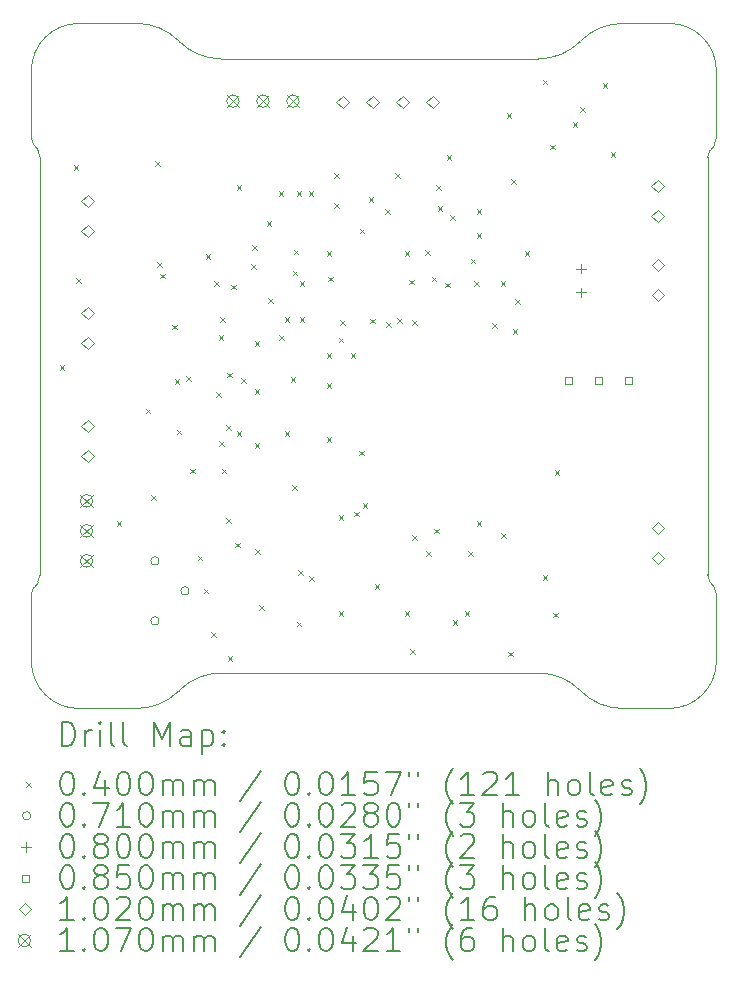
<source format=gbr>
%TF.GenerationSoftware,KiCad,Pcbnew,8.0.0*%
%TF.CreationDate,2024-04-17T18:01:50+02:00*%
%TF.ProjectId,TSAL,5453414c-2e6b-4696-9361-645f70636258,V2.0*%
%TF.SameCoordinates,Original*%
%TF.FileFunction,Drillmap*%
%TF.FilePolarity,Positive*%
%FSLAX45Y45*%
G04 Gerber Fmt 4.5, Leading zero omitted, Abs format (unit mm)*
G04 Created by KiCad (PCBNEW 8.0.0) date 2024-04-17 18:01:50*
%MOMM*%
%LPD*%
G01*
G04 APERTURE LIST*
%ADD10C,0.100000*%
%ADD11C,0.200000*%
%ADD12C,0.102000*%
%ADD13C,0.107000*%
G04 APERTURE END LIST*
D10*
X9875000Y-7458333D02*
G75*
G02*
X9894998Y-7398332I100000J3D01*
G01*
X10767893Y-2625000D02*
G75*
G02*
X11121449Y-2771444I-3J-500020D01*
G01*
X14521447Y-2778553D02*
X14528553Y-2771447D01*
X14882107Y-8425000D02*
G75*
G02*
X14528555Y-8278552I3J500000D01*
G01*
X15655000Y-3651667D02*
X15620000Y-3698333D01*
X11482107Y-2925000D02*
G75*
G02*
X11128551Y-2778556I3J500020D01*
G01*
X9930000Y-3698333D02*
X9895000Y-3651667D01*
X9875000Y-8025000D02*
X9875000Y-7458333D01*
X15620000Y-7351667D02*
X15655000Y-7398333D01*
X10767893Y-8425000D02*
X10275000Y-8425000D01*
X10275000Y-8425000D02*
G75*
G02*
X9875000Y-8025000I0J400000D01*
G01*
X9895000Y-7398333D02*
X9930000Y-7351667D01*
X11121447Y-2771447D02*
X11128553Y-2778553D01*
X15600000Y-3758333D02*
G75*
G02*
X15620002Y-3698334I99980J3D01*
G01*
X10275000Y-2625000D02*
X10767893Y-2625000D01*
X15675000Y-8025000D02*
G75*
G02*
X15275000Y-8425000I-400000J0D01*
G01*
X14528553Y-8278553D02*
X14521447Y-8271447D01*
X11482107Y-2925000D02*
X14167893Y-2925000D01*
X15620000Y-7351667D02*
G75*
G02*
X15600000Y-7291667I80020J60007D01*
G01*
X15600000Y-3758333D02*
X15600000Y-7291667D01*
X9950000Y-7291667D02*
X9950000Y-3758333D01*
X11128553Y-8271447D02*
X11121447Y-8278553D01*
X15675000Y-3591667D02*
G75*
G02*
X15655002Y-3651668I-100000J-3D01*
G01*
X9875000Y-3591667D02*
X9875000Y-3025000D01*
X15675000Y-7458333D02*
X15675000Y-8025000D01*
X14882107Y-2625000D02*
X15275000Y-2625000D01*
X9895000Y-3651667D02*
G75*
G02*
X9875002Y-3591667I80000J59997D01*
G01*
X15675000Y-3025000D02*
X15675000Y-3591667D01*
X15275000Y-8425000D02*
X14882107Y-8425000D01*
X11121447Y-8278553D02*
G75*
G02*
X10767893Y-8424998I-353547J353543D01*
G01*
X14521447Y-2778553D02*
G75*
G02*
X14167893Y-2924998I-353547J353543D01*
G01*
X15655000Y-7398333D02*
G75*
G02*
X15674998Y-7458333I-80000J-59997D01*
G01*
X14167893Y-8125000D02*
G75*
G02*
X14521449Y-8271444I-3J-500020D01*
G01*
X11128553Y-8271447D02*
G75*
G02*
X11482107Y-8125002I353547J-353543D01*
G01*
X14167893Y-8125000D02*
X11482107Y-8125000D01*
X15275000Y-2625000D02*
G75*
G02*
X15675000Y-3025000I0J-400000D01*
G01*
X9950000Y-7291667D02*
G75*
G02*
X9930002Y-7351668I-100000J-3D01*
G01*
X14528553Y-2771447D02*
G75*
G02*
X14882107Y-2625002I353547J-353543D01*
G01*
X9930000Y-3698333D02*
G75*
G02*
X9949998Y-3758333I-80000J-59997D01*
G01*
X9875000Y-3025000D02*
G75*
G02*
X10275000Y-2625000I400000J0D01*
G01*
D11*
D10*
X10114600Y-5517200D02*
X10154600Y-5557200D01*
X10154600Y-5517200D02*
X10114600Y-5557200D01*
X10233710Y-3825695D02*
X10273710Y-3865695D01*
X10273710Y-3825695D02*
X10233710Y-3865695D01*
X10253550Y-4779000D02*
X10293550Y-4819000D01*
X10293550Y-4779000D02*
X10253550Y-4819000D01*
X10597200Y-6838000D02*
X10637200Y-6878000D01*
X10637200Y-6838000D02*
X10597200Y-6878000D01*
X10842250Y-5885500D02*
X10882250Y-5925500D01*
X10882250Y-5885500D02*
X10842250Y-5925500D01*
X10891840Y-6619560D02*
X10931840Y-6659560D01*
X10931840Y-6619560D02*
X10891840Y-6659560D01*
X10922950Y-3790000D02*
X10962950Y-3830000D01*
X10962950Y-3790000D02*
X10922950Y-3830000D01*
X10939468Y-4644943D02*
X10979468Y-4684943D01*
X10979468Y-4644943D02*
X10939468Y-4684943D01*
X10965500Y-4742500D02*
X11005500Y-4782500D01*
X11005500Y-4742500D02*
X10965500Y-4782500D01*
X11067100Y-5174300D02*
X11107100Y-5214300D01*
X11107100Y-5174300D02*
X11067100Y-5214300D01*
X11088736Y-5634618D02*
X11128736Y-5674618D01*
X11128736Y-5634618D02*
X11088736Y-5674618D01*
X11105200Y-6063300D02*
X11145200Y-6103300D01*
X11145200Y-6063300D02*
X11105200Y-6103300D01*
X11186032Y-5611737D02*
X11226032Y-5651737D01*
X11226032Y-5611737D02*
X11186032Y-5651737D01*
X11219500Y-6393500D02*
X11259500Y-6433500D01*
X11259500Y-6393500D02*
X11219500Y-6433500D01*
X11283000Y-7130100D02*
X11323000Y-7170100D01*
X11323000Y-7130100D02*
X11283000Y-7170100D01*
X11333800Y-7409500D02*
X11373800Y-7449500D01*
X11373800Y-7409500D02*
X11333800Y-7449500D01*
X11349595Y-4578945D02*
X11389595Y-4618945D01*
X11389595Y-4578945D02*
X11349595Y-4618945D01*
X11397300Y-7777800D02*
X11437300Y-7817800D01*
X11437300Y-7777800D02*
X11397300Y-7817800D01*
X11421050Y-4806000D02*
X11461050Y-4846000D01*
X11461050Y-4806000D02*
X11421050Y-4846000D01*
X11438100Y-5745284D02*
X11478100Y-5785284D01*
X11478100Y-5745284D02*
X11438100Y-5785284D01*
X11460800Y-5263200D02*
X11500800Y-5303200D01*
X11500800Y-5263200D02*
X11460800Y-5303200D01*
X11462234Y-6159806D02*
X11502234Y-6199806D01*
X11502234Y-6159806D02*
X11462234Y-6199806D01*
X11473500Y-5114550D02*
X11513500Y-5154550D01*
X11513500Y-5114550D02*
X11473500Y-5154550D01*
X11486200Y-6393500D02*
X11526200Y-6433500D01*
X11526200Y-6393500D02*
X11486200Y-6433500D01*
X11524300Y-6812600D02*
X11564300Y-6852600D01*
X11564300Y-6812600D02*
X11524300Y-6852600D01*
X11526960Y-6023704D02*
X11566960Y-6063704D01*
X11566960Y-6023704D02*
X11526960Y-6063704D01*
X11533250Y-5581550D02*
X11573250Y-5621550D01*
X11573250Y-5581550D02*
X11533250Y-5621550D01*
X11537000Y-7981000D02*
X11577000Y-8021000D01*
X11577000Y-7981000D02*
X11537000Y-8021000D01*
X11567670Y-4836500D02*
X11607670Y-4876500D01*
X11607670Y-4836500D02*
X11567670Y-4876500D01*
X11597960Y-7022000D02*
X11637960Y-7062000D01*
X11637960Y-7022000D02*
X11597960Y-7062000D01*
X11613200Y-3993200D02*
X11653200Y-4033200D01*
X11653200Y-3993200D02*
X11613200Y-4033200D01*
X11613200Y-6076000D02*
X11653200Y-6116000D01*
X11653200Y-6076000D02*
X11613200Y-6116000D01*
X11653050Y-5626550D02*
X11693050Y-5666550D01*
X11693050Y-5626550D02*
X11653050Y-5666550D01*
X11738003Y-4665457D02*
X11778003Y-4705457D01*
X11778003Y-4665457D02*
X11738003Y-4705457D01*
X11742165Y-4502948D02*
X11782165Y-4542948D01*
X11782165Y-4502948D02*
X11742165Y-4542948D01*
X11765950Y-5314000D02*
X11805950Y-5354000D01*
X11805950Y-5314000D02*
X11765950Y-5354000D01*
X11765950Y-5719644D02*
X11805950Y-5759644D01*
X11805950Y-5719644D02*
X11765950Y-5759644D01*
X11765950Y-6177600D02*
X11805950Y-6217600D01*
X11805950Y-6177600D02*
X11765950Y-6217600D01*
X11766794Y-7078703D02*
X11806794Y-7118703D01*
X11806794Y-7078703D02*
X11766794Y-7118703D01*
X11803700Y-7549200D02*
X11843700Y-7589200D01*
X11843700Y-7549200D02*
X11803700Y-7589200D01*
X11867200Y-4298000D02*
X11907200Y-4338000D01*
X11907200Y-4298000D02*
X11867200Y-4338000D01*
X11880990Y-4951400D02*
X11920990Y-4991400D01*
X11920990Y-4951400D02*
X11880990Y-4991400D01*
X11968800Y-4044000D02*
X12008800Y-4084000D01*
X12008800Y-4044000D02*
X11968800Y-4084000D01*
X11973287Y-5261319D02*
X12013287Y-5301319D01*
X12013287Y-5261319D02*
X11973287Y-5301319D01*
X12019600Y-5110800D02*
X12059600Y-5150800D01*
X12059600Y-5110800D02*
X12019600Y-5150800D01*
X12019600Y-6076000D02*
X12059600Y-6116000D01*
X12059600Y-6076000D02*
X12019600Y-6116000D01*
X12070400Y-5618800D02*
X12110400Y-5658800D01*
X12110400Y-5618800D02*
X12070400Y-5658800D01*
X12083100Y-6533200D02*
X12123100Y-6573200D01*
X12123100Y-6533200D02*
X12083100Y-6573200D01*
X12086450Y-4717100D02*
X12126450Y-4757100D01*
X12126450Y-4717100D02*
X12086450Y-4757100D01*
X12095800Y-4539300D02*
X12135800Y-4579300D01*
X12135800Y-4539300D02*
X12095800Y-4579300D01*
X12121200Y-4043950D02*
X12161200Y-4083950D01*
X12161200Y-4043950D02*
X12121200Y-4083950D01*
X12121200Y-7688900D02*
X12161200Y-7728900D01*
X12161200Y-7688900D02*
X12121200Y-7728900D01*
X12134330Y-7256670D02*
X12174330Y-7296670D01*
X12174330Y-7256670D02*
X12134330Y-7296670D01*
X12146600Y-4806000D02*
X12186600Y-4846000D01*
X12186600Y-4806000D02*
X12146600Y-4846000D01*
X12146600Y-5110800D02*
X12186600Y-5150800D01*
X12186600Y-5110800D02*
X12146600Y-5150800D01*
X12222800Y-4044000D02*
X12262800Y-4084000D01*
X12262800Y-4044000D02*
X12222800Y-4084000D01*
X12227442Y-7302164D02*
X12267442Y-7342164D01*
X12267442Y-7302164D02*
X12227442Y-7342164D01*
X12375200Y-4552000D02*
X12415200Y-4592000D01*
X12415200Y-4552000D02*
X12375200Y-4592000D01*
X12375200Y-5414550D02*
X12415200Y-5454550D01*
X12415200Y-5414550D02*
X12375200Y-5454550D01*
X12375200Y-5669600D02*
X12415200Y-5709600D01*
X12415200Y-5669600D02*
X12375200Y-5709600D01*
X12375200Y-6126800D02*
X12415200Y-6166800D01*
X12415200Y-6126800D02*
X12375200Y-6166800D01*
X12387900Y-4767900D02*
X12427900Y-4807900D01*
X12427900Y-4767900D02*
X12387900Y-4807900D01*
X12436450Y-3892166D02*
X12476450Y-3932166D01*
X12476450Y-3892166D02*
X12436450Y-3932166D01*
X12436450Y-4145600D02*
X12476450Y-4185600D01*
X12476450Y-4145600D02*
X12436450Y-4185600D01*
X12476800Y-5284850D02*
X12516800Y-5324850D01*
X12516800Y-5284850D02*
X12476800Y-5324850D01*
X12476800Y-6787200D02*
X12516800Y-6827200D01*
X12516800Y-6787200D02*
X12476800Y-6827200D01*
X12476800Y-7600000D02*
X12516800Y-7640000D01*
X12516800Y-7600000D02*
X12476800Y-7640000D01*
X12489500Y-5136200D02*
X12529500Y-5176200D01*
X12529500Y-5136200D02*
X12489500Y-5176200D01*
X12578950Y-5415600D02*
X12618950Y-5455600D01*
X12618950Y-5415600D02*
X12578950Y-5455600D01*
X12609789Y-6758050D02*
X12649789Y-6798050D01*
X12649789Y-6758050D02*
X12609789Y-6798050D01*
X12652873Y-6242916D02*
X12692873Y-6282916D01*
X12692873Y-6242916D02*
X12652873Y-6282916D01*
X12654600Y-4361500D02*
X12694600Y-4401500D01*
X12694600Y-4361500D02*
X12654600Y-4401500D01*
X12680000Y-6685600D02*
X12720000Y-6725600D01*
X12720000Y-6685600D02*
X12680000Y-6725600D01*
X12730800Y-4094800D02*
X12770800Y-4134800D01*
X12770800Y-4094800D02*
X12730800Y-4134800D01*
X12743500Y-5123500D02*
X12783500Y-5163500D01*
X12783500Y-5123500D02*
X12743500Y-5163500D01*
X12781600Y-7371400D02*
X12821600Y-7411400D01*
X12821600Y-7371400D02*
X12781600Y-7411400D01*
X12870500Y-4196400D02*
X12910500Y-4236400D01*
X12910500Y-4196400D02*
X12870500Y-4236400D01*
X12877999Y-5154479D02*
X12917999Y-5194479D01*
X12917999Y-5154479D02*
X12877999Y-5194479D01*
X12955650Y-3891600D02*
X12995650Y-3931600D01*
X12995650Y-3891600D02*
X12955650Y-3931600D01*
X12971220Y-5118425D02*
X13011220Y-5158425D01*
X13011220Y-5118425D02*
X12971220Y-5158425D01*
X13035600Y-4552000D02*
X13075600Y-4592000D01*
X13075600Y-4552000D02*
X13035600Y-4592000D01*
X13035600Y-7600000D02*
X13075600Y-7640000D01*
X13075600Y-7600000D02*
X13035600Y-7640000D01*
X13073700Y-4793300D02*
X13113700Y-4833300D01*
X13113700Y-4793300D02*
X13073700Y-4833300D01*
X13080686Y-7925735D02*
X13120686Y-7965735D01*
X13120686Y-7925735D02*
X13080686Y-7965735D01*
X13098670Y-5139950D02*
X13138670Y-5179950D01*
X13138670Y-5139950D02*
X13098670Y-5179950D01*
X13099100Y-6954750D02*
X13139100Y-6994750D01*
X13139100Y-6954750D02*
X13099100Y-6994750D01*
X13206938Y-4545762D02*
X13246938Y-4585762D01*
X13246938Y-4545762D02*
X13206938Y-4585762D01*
X13219750Y-7092000D02*
X13259750Y-7132000D01*
X13259750Y-7092000D02*
X13219750Y-7132000D01*
X13264200Y-4767900D02*
X13304200Y-4807900D01*
X13304200Y-4767900D02*
X13264200Y-4807900D01*
X13283250Y-6901500D02*
X13323250Y-6941500D01*
X13323250Y-6901500D02*
X13283250Y-6941500D01*
X13299464Y-3996036D02*
X13339464Y-4036036D01*
X13339464Y-3996036D02*
X13299464Y-4036036D01*
X13315000Y-4171000D02*
X13355000Y-4211000D01*
X13355000Y-4171000D02*
X13315000Y-4211000D01*
X13378500Y-4820281D02*
X13418500Y-4860281D01*
X13418500Y-4820281D02*
X13378500Y-4860281D01*
X13391200Y-3739200D02*
X13431200Y-3779200D01*
X13431200Y-3739200D02*
X13391200Y-3779200D01*
X13421050Y-4247200D02*
X13461050Y-4287200D01*
X13461050Y-4247200D02*
X13421050Y-4287200D01*
X13442000Y-7676200D02*
X13482000Y-7716200D01*
X13482000Y-7676200D02*
X13442000Y-7716200D01*
X13543600Y-7600000D02*
X13583600Y-7640000D01*
X13583600Y-7600000D02*
X13543600Y-7640000D01*
X13573450Y-7092000D02*
X13613450Y-7132000D01*
X13613450Y-7092000D02*
X13573450Y-7132000D01*
X13594400Y-4616945D02*
X13634400Y-4656945D01*
X13634400Y-4616945D02*
X13594400Y-4656945D01*
X13623550Y-4806000D02*
X13663550Y-4846000D01*
X13663550Y-4806000D02*
X13623550Y-4846000D01*
X13644770Y-6837570D02*
X13684770Y-6877570D01*
X13684770Y-6837570D02*
X13644770Y-6877570D01*
X13645200Y-4196400D02*
X13685200Y-4236400D01*
X13685200Y-4196400D02*
X13645200Y-4236400D01*
X13645200Y-4399600D02*
X13685200Y-4439600D01*
X13685200Y-4399600D02*
X13645200Y-4439600D01*
X13773592Y-5164919D02*
X13813592Y-5204919D01*
X13813592Y-5164919D02*
X13773592Y-5204919D01*
X13848400Y-4806000D02*
X13888400Y-4846000D01*
X13888400Y-4806000D02*
X13848400Y-4846000D01*
X13851532Y-6941688D02*
X13891532Y-6981688D01*
X13891532Y-6941688D02*
X13851532Y-6981688D01*
X13899200Y-3383600D02*
X13939200Y-3423600D01*
X13939200Y-3383600D02*
X13899200Y-3423600D01*
X13911900Y-7942900D02*
X13951900Y-7982900D01*
X13951900Y-7942900D02*
X13911900Y-7982900D01*
X13937300Y-3942400D02*
X13977300Y-3982400D01*
X13977300Y-3942400D02*
X13937300Y-3982400D01*
X13950430Y-5212830D02*
X13990430Y-5252830D01*
X13990430Y-5212830D02*
X13950430Y-5252830D01*
X13972950Y-4958400D02*
X14012950Y-4998400D01*
X14012950Y-4958400D02*
X13972950Y-4998400D01*
X14051600Y-4552000D02*
X14091600Y-4592000D01*
X14091600Y-4552000D02*
X14051600Y-4592000D01*
X14204000Y-3100450D02*
X14244000Y-3140450D01*
X14244000Y-3100450D02*
X14204000Y-3140450D01*
X14204000Y-7295200D02*
X14244000Y-7335200D01*
X14244000Y-7295200D02*
X14204000Y-7335200D01*
X14267500Y-3651750D02*
X14307500Y-3691750D01*
X14307500Y-3651750D02*
X14267500Y-3691750D01*
X14292900Y-7612700D02*
X14332900Y-7652700D01*
X14332900Y-7612700D02*
X14292900Y-7652700D01*
X14305600Y-6406200D02*
X14345600Y-6446200D01*
X14345600Y-6406200D02*
X14305600Y-6446200D01*
X14458000Y-3461250D02*
X14498000Y-3501250D01*
X14498000Y-3461250D02*
X14458000Y-3501250D01*
X14521500Y-3334250D02*
X14561500Y-3374250D01*
X14561500Y-3334250D02*
X14521500Y-3374250D01*
X14712000Y-3129600D02*
X14752000Y-3169600D01*
X14752000Y-3129600D02*
X14712000Y-3169600D01*
X14780450Y-3715250D02*
X14820450Y-3755250D01*
X14820450Y-3715250D02*
X14780450Y-3755250D01*
X10957000Y-7175500D02*
G75*
G02*
X10886000Y-7175500I-35500J0D01*
G01*
X10886000Y-7175500D02*
G75*
G02*
X10957000Y-7175500I35500J0D01*
G01*
X10957000Y-7683500D02*
G75*
G02*
X10886000Y-7683500I-35500J0D01*
G01*
X10886000Y-7683500D02*
G75*
G02*
X10957000Y-7683500I35500J0D01*
G01*
X11211000Y-7429500D02*
G75*
G02*
X11140000Y-7429500I-35500J0D01*
G01*
X11140000Y-7429500D02*
G75*
G02*
X11211000Y-7429500I35500J0D01*
G01*
X14529512Y-4661220D02*
X14529512Y-4741220D01*
X14489512Y-4701220D02*
X14569512Y-4701220D01*
X14529512Y-4861220D02*
X14529512Y-4941220D01*
X14489512Y-4901220D02*
X14569512Y-4901220D01*
X14456284Y-5681552D02*
X14456284Y-5621448D01*
X14396180Y-5621448D01*
X14396180Y-5681552D01*
X14456284Y-5681552D01*
X14710284Y-5681552D02*
X14710284Y-5621448D01*
X14650180Y-5621448D01*
X14650180Y-5681552D01*
X14710284Y-5681552D01*
X14964284Y-5681552D02*
X14964284Y-5621448D01*
X14904180Y-5621448D01*
X14904180Y-5681552D01*
X14964284Y-5681552D01*
D12*
X10350500Y-4178500D02*
X10401500Y-4127500D01*
X10350500Y-4076500D01*
X10299500Y-4127500D01*
X10350500Y-4178500D01*
X10350500Y-4432500D02*
X10401500Y-4381500D01*
X10350500Y-4330500D01*
X10299500Y-4381500D01*
X10350500Y-4432500D01*
X10350500Y-5131000D02*
X10401500Y-5080000D01*
X10350500Y-5029000D01*
X10299500Y-5080000D01*
X10350500Y-5131000D01*
X10350500Y-5385000D02*
X10401500Y-5334000D01*
X10350500Y-5283000D01*
X10299500Y-5334000D01*
X10350500Y-5385000D01*
X10350500Y-6083500D02*
X10401500Y-6032500D01*
X10350500Y-5981500D01*
X10299500Y-6032500D01*
X10350500Y-6083500D01*
X10350500Y-6337500D02*
X10401500Y-6286500D01*
X10350500Y-6235500D01*
X10299500Y-6286500D01*
X10350500Y-6337500D01*
X12509500Y-3341268D02*
X12560500Y-3290268D01*
X12509500Y-3239268D01*
X12458500Y-3290268D01*
X12509500Y-3341268D01*
X12763500Y-3341268D02*
X12814500Y-3290268D01*
X12763500Y-3239268D01*
X12712500Y-3290268D01*
X12763500Y-3341268D01*
X13017500Y-3341268D02*
X13068500Y-3290268D01*
X13017500Y-3239268D01*
X12966500Y-3290268D01*
X13017500Y-3341268D01*
X13271500Y-3341268D02*
X13322500Y-3290268D01*
X13271500Y-3239268D01*
X13220500Y-3290268D01*
X13271500Y-3341268D01*
X15176500Y-4051500D02*
X15227500Y-4000500D01*
X15176500Y-3949500D01*
X15125500Y-4000500D01*
X15176500Y-4051500D01*
X15176500Y-4305500D02*
X15227500Y-4254500D01*
X15176500Y-4203500D01*
X15125500Y-4254500D01*
X15176500Y-4305500D01*
X15184000Y-4723000D02*
X15235000Y-4672000D01*
X15184000Y-4621000D01*
X15133000Y-4672000D01*
X15184000Y-4723000D01*
X15184000Y-4977000D02*
X15235000Y-4926000D01*
X15184000Y-4875000D01*
X15133000Y-4926000D01*
X15184000Y-4977000D01*
X15184000Y-6945500D02*
X15235000Y-6894500D01*
X15184000Y-6843500D01*
X15133000Y-6894500D01*
X15184000Y-6945500D01*
X15184000Y-7199500D02*
X15235000Y-7148500D01*
X15184000Y-7097500D01*
X15133000Y-7148500D01*
X15184000Y-7199500D01*
D13*
X10289500Y-6614000D02*
X10396500Y-6721000D01*
X10396500Y-6614000D02*
X10289500Y-6721000D01*
X10396500Y-6667500D02*
G75*
G02*
X10289500Y-6667500I-53500J0D01*
G01*
X10289500Y-6667500D02*
G75*
G02*
X10396500Y-6667500I53500J0D01*
G01*
X10289500Y-6868000D02*
X10396500Y-6975000D01*
X10396500Y-6868000D02*
X10289500Y-6975000D01*
X10396500Y-6921500D02*
G75*
G02*
X10289500Y-6921500I-53500J0D01*
G01*
X10289500Y-6921500D02*
G75*
G02*
X10396500Y-6921500I53500J0D01*
G01*
X10289500Y-7122000D02*
X10396500Y-7229000D01*
X10396500Y-7122000D02*
X10289500Y-7229000D01*
X10396500Y-7175500D02*
G75*
G02*
X10289500Y-7175500I-53500J0D01*
G01*
X10289500Y-7175500D02*
G75*
G02*
X10396500Y-7175500I53500J0D01*
G01*
X11528000Y-3229268D02*
X11635000Y-3336268D01*
X11635000Y-3229268D02*
X11528000Y-3336268D01*
X11635000Y-3282768D02*
G75*
G02*
X11528000Y-3282768I-53500J0D01*
G01*
X11528000Y-3282768D02*
G75*
G02*
X11635000Y-3282768I53500J0D01*
G01*
X11782000Y-3229268D02*
X11889000Y-3336268D01*
X11889000Y-3229268D02*
X11782000Y-3336268D01*
X11889000Y-3282768D02*
G75*
G02*
X11782000Y-3282768I-53500J0D01*
G01*
X11782000Y-3282768D02*
G75*
G02*
X11889000Y-3282768I53500J0D01*
G01*
X12036000Y-3229268D02*
X12143000Y-3336268D01*
X12143000Y-3229268D02*
X12036000Y-3336268D01*
X12143000Y-3282768D02*
G75*
G02*
X12036000Y-3282768I-53500J0D01*
G01*
X12036000Y-3282768D02*
G75*
G02*
X12143000Y-3282768I53500J0D01*
G01*
D11*
X10130777Y-8741484D02*
X10130777Y-8541484D01*
X10130777Y-8541484D02*
X10178396Y-8541484D01*
X10178396Y-8541484D02*
X10206967Y-8551008D01*
X10206967Y-8551008D02*
X10226015Y-8570055D01*
X10226015Y-8570055D02*
X10235539Y-8589103D01*
X10235539Y-8589103D02*
X10245063Y-8627198D01*
X10245063Y-8627198D02*
X10245063Y-8655770D01*
X10245063Y-8655770D02*
X10235539Y-8693865D01*
X10235539Y-8693865D02*
X10226015Y-8712912D01*
X10226015Y-8712912D02*
X10206967Y-8731960D01*
X10206967Y-8731960D02*
X10178396Y-8741484D01*
X10178396Y-8741484D02*
X10130777Y-8741484D01*
X10330777Y-8741484D02*
X10330777Y-8608150D01*
X10330777Y-8646246D02*
X10340301Y-8627198D01*
X10340301Y-8627198D02*
X10349824Y-8617674D01*
X10349824Y-8617674D02*
X10368872Y-8608150D01*
X10368872Y-8608150D02*
X10387920Y-8608150D01*
X10454586Y-8741484D02*
X10454586Y-8608150D01*
X10454586Y-8541484D02*
X10445063Y-8551008D01*
X10445063Y-8551008D02*
X10454586Y-8560531D01*
X10454586Y-8560531D02*
X10464110Y-8551008D01*
X10464110Y-8551008D02*
X10454586Y-8541484D01*
X10454586Y-8541484D02*
X10454586Y-8560531D01*
X10578396Y-8741484D02*
X10559348Y-8731960D01*
X10559348Y-8731960D02*
X10549824Y-8712912D01*
X10549824Y-8712912D02*
X10549824Y-8541484D01*
X10683158Y-8741484D02*
X10664110Y-8731960D01*
X10664110Y-8731960D02*
X10654586Y-8712912D01*
X10654586Y-8712912D02*
X10654586Y-8541484D01*
X10911729Y-8741484D02*
X10911729Y-8541484D01*
X10911729Y-8541484D02*
X10978396Y-8684341D01*
X10978396Y-8684341D02*
X11045063Y-8541484D01*
X11045063Y-8541484D02*
X11045063Y-8741484D01*
X11226015Y-8741484D02*
X11226015Y-8636722D01*
X11226015Y-8636722D02*
X11216491Y-8617674D01*
X11216491Y-8617674D02*
X11197443Y-8608150D01*
X11197443Y-8608150D02*
X11159348Y-8608150D01*
X11159348Y-8608150D02*
X11140301Y-8617674D01*
X11226015Y-8731960D02*
X11206967Y-8741484D01*
X11206967Y-8741484D02*
X11159348Y-8741484D01*
X11159348Y-8741484D02*
X11140301Y-8731960D01*
X11140301Y-8731960D02*
X11130777Y-8712912D01*
X11130777Y-8712912D02*
X11130777Y-8693865D01*
X11130777Y-8693865D02*
X11140301Y-8674817D01*
X11140301Y-8674817D02*
X11159348Y-8665293D01*
X11159348Y-8665293D02*
X11206967Y-8665293D01*
X11206967Y-8665293D02*
X11226015Y-8655770D01*
X11321253Y-8608150D02*
X11321253Y-8808150D01*
X11321253Y-8617674D02*
X11340301Y-8608150D01*
X11340301Y-8608150D02*
X11378396Y-8608150D01*
X11378396Y-8608150D02*
X11397443Y-8617674D01*
X11397443Y-8617674D02*
X11406967Y-8627198D01*
X11406967Y-8627198D02*
X11416491Y-8646246D01*
X11416491Y-8646246D02*
X11416491Y-8703389D01*
X11416491Y-8703389D02*
X11406967Y-8722436D01*
X11406967Y-8722436D02*
X11397443Y-8731960D01*
X11397443Y-8731960D02*
X11378396Y-8741484D01*
X11378396Y-8741484D02*
X11340301Y-8741484D01*
X11340301Y-8741484D02*
X11321253Y-8731960D01*
X11502205Y-8722436D02*
X11511729Y-8731960D01*
X11511729Y-8731960D02*
X11502205Y-8741484D01*
X11502205Y-8741484D02*
X11492682Y-8731960D01*
X11492682Y-8731960D02*
X11502205Y-8722436D01*
X11502205Y-8722436D02*
X11502205Y-8741484D01*
X11502205Y-8617674D02*
X11511729Y-8627198D01*
X11511729Y-8627198D02*
X11502205Y-8636722D01*
X11502205Y-8636722D02*
X11492682Y-8627198D01*
X11492682Y-8627198D02*
X11502205Y-8617674D01*
X11502205Y-8617674D02*
X11502205Y-8636722D01*
D10*
X9830000Y-9050000D02*
X9870000Y-9090000D01*
X9870000Y-9050000D02*
X9830000Y-9090000D01*
D11*
X10168872Y-8961484D02*
X10187920Y-8961484D01*
X10187920Y-8961484D02*
X10206967Y-8971008D01*
X10206967Y-8971008D02*
X10216491Y-8980531D01*
X10216491Y-8980531D02*
X10226015Y-8999579D01*
X10226015Y-8999579D02*
X10235539Y-9037674D01*
X10235539Y-9037674D02*
X10235539Y-9085293D01*
X10235539Y-9085293D02*
X10226015Y-9123389D01*
X10226015Y-9123389D02*
X10216491Y-9142436D01*
X10216491Y-9142436D02*
X10206967Y-9151960D01*
X10206967Y-9151960D02*
X10187920Y-9161484D01*
X10187920Y-9161484D02*
X10168872Y-9161484D01*
X10168872Y-9161484D02*
X10149824Y-9151960D01*
X10149824Y-9151960D02*
X10140301Y-9142436D01*
X10140301Y-9142436D02*
X10130777Y-9123389D01*
X10130777Y-9123389D02*
X10121253Y-9085293D01*
X10121253Y-9085293D02*
X10121253Y-9037674D01*
X10121253Y-9037674D02*
X10130777Y-8999579D01*
X10130777Y-8999579D02*
X10140301Y-8980531D01*
X10140301Y-8980531D02*
X10149824Y-8971008D01*
X10149824Y-8971008D02*
X10168872Y-8961484D01*
X10321253Y-9142436D02*
X10330777Y-9151960D01*
X10330777Y-9151960D02*
X10321253Y-9161484D01*
X10321253Y-9161484D02*
X10311729Y-9151960D01*
X10311729Y-9151960D02*
X10321253Y-9142436D01*
X10321253Y-9142436D02*
X10321253Y-9161484D01*
X10502205Y-9028150D02*
X10502205Y-9161484D01*
X10454586Y-8951960D02*
X10406967Y-9094817D01*
X10406967Y-9094817D02*
X10530777Y-9094817D01*
X10645063Y-8961484D02*
X10664110Y-8961484D01*
X10664110Y-8961484D02*
X10683158Y-8971008D01*
X10683158Y-8971008D02*
X10692682Y-8980531D01*
X10692682Y-8980531D02*
X10702205Y-8999579D01*
X10702205Y-8999579D02*
X10711729Y-9037674D01*
X10711729Y-9037674D02*
X10711729Y-9085293D01*
X10711729Y-9085293D02*
X10702205Y-9123389D01*
X10702205Y-9123389D02*
X10692682Y-9142436D01*
X10692682Y-9142436D02*
X10683158Y-9151960D01*
X10683158Y-9151960D02*
X10664110Y-9161484D01*
X10664110Y-9161484D02*
X10645063Y-9161484D01*
X10645063Y-9161484D02*
X10626015Y-9151960D01*
X10626015Y-9151960D02*
X10616491Y-9142436D01*
X10616491Y-9142436D02*
X10606967Y-9123389D01*
X10606967Y-9123389D02*
X10597444Y-9085293D01*
X10597444Y-9085293D02*
X10597444Y-9037674D01*
X10597444Y-9037674D02*
X10606967Y-8999579D01*
X10606967Y-8999579D02*
X10616491Y-8980531D01*
X10616491Y-8980531D02*
X10626015Y-8971008D01*
X10626015Y-8971008D02*
X10645063Y-8961484D01*
X10835539Y-8961484D02*
X10854586Y-8961484D01*
X10854586Y-8961484D02*
X10873634Y-8971008D01*
X10873634Y-8971008D02*
X10883158Y-8980531D01*
X10883158Y-8980531D02*
X10892682Y-8999579D01*
X10892682Y-8999579D02*
X10902205Y-9037674D01*
X10902205Y-9037674D02*
X10902205Y-9085293D01*
X10902205Y-9085293D02*
X10892682Y-9123389D01*
X10892682Y-9123389D02*
X10883158Y-9142436D01*
X10883158Y-9142436D02*
X10873634Y-9151960D01*
X10873634Y-9151960D02*
X10854586Y-9161484D01*
X10854586Y-9161484D02*
X10835539Y-9161484D01*
X10835539Y-9161484D02*
X10816491Y-9151960D01*
X10816491Y-9151960D02*
X10806967Y-9142436D01*
X10806967Y-9142436D02*
X10797444Y-9123389D01*
X10797444Y-9123389D02*
X10787920Y-9085293D01*
X10787920Y-9085293D02*
X10787920Y-9037674D01*
X10787920Y-9037674D02*
X10797444Y-8999579D01*
X10797444Y-8999579D02*
X10806967Y-8980531D01*
X10806967Y-8980531D02*
X10816491Y-8971008D01*
X10816491Y-8971008D02*
X10835539Y-8961484D01*
X10987920Y-9161484D02*
X10987920Y-9028150D01*
X10987920Y-9047198D02*
X10997444Y-9037674D01*
X10997444Y-9037674D02*
X11016491Y-9028150D01*
X11016491Y-9028150D02*
X11045063Y-9028150D01*
X11045063Y-9028150D02*
X11064110Y-9037674D01*
X11064110Y-9037674D02*
X11073634Y-9056722D01*
X11073634Y-9056722D02*
X11073634Y-9161484D01*
X11073634Y-9056722D02*
X11083158Y-9037674D01*
X11083158Y-9037674D02*
X11102205Y-9028150D01*
X11102205Y-9028150D02*
X11130777Y-9028150D01*
X11130777Y-9028150D02*
X11149825Y-9037674D01*
X11149825Y-9037674D02*
X11159348Y-9056722D01*
X11159348Y-9056722D02*
X11159348Y-9161484D01*
X11254586Y-9161484D02*
X11254586Y-9028150D01*
X11254586Y-9047198D02*
X11264110Y-9037674D01*
X11264110Y-9037674D02*
X11283158Y-9028150D01*
X11283158Y-9028150D02*
X11311729Y-9028150D01*
X11311729Y-9028150D02*
X11330777Y-9037674D01*
X11330777Y-9037674D02*
X11340301Y-9056722D01*
X11340301Y-9056722D02*
X11340301Y-9161484D01*
X11340301Y-9056722D02*
X11349824Y-9037674D01*
X11349824Y-9037674D02*
X11368872Y-9028150D01*
X11368872Y-9028150D02*
X11397443Y-9028150D01*
X11397443Y-9028150D02*
X11416491Y-9037674D01*
X11416491Y-9037674D02*
X11426015Y-9056722D01*
X11426015Y-9056722D02*
X11426015Y-9161484D01*
X11816491Y-8951960D02*
X11645063Y-9209103D01*
X12073634Y-8961484D02*
X12092682Y-8961484D01*
X12092682Y-8961484D02*
X12111729Y-8971008D01*
X12111729Y-8971008D02*
X12121253Y-8980531D01*
X12121253Y-8980531D02*
X12130777Y-8999579D01*
X12130777Y-8999579D02*
X12140301Y-9037674D01*
X12140301Y-9037674D02*
X12140301Y-9085293D01*
X12140301Y-9085293D02*
X12130777Y-9123389D01*
X12130777Y-9123389D02*
X12121253Y-9142436D01*
X12121253Y-9142436D02*
X12111729Y-9151960D01*
X12111729Y-9151960D02*
X12092682Y-9161484D01*
X12092682Y-9161484D02*
X12073634Y-9161484D01*
X12073634Y-9161484D02*
X12054586Y-9151960D01*
X12054586Y-9151960D02*
X12045063Y-9142436D01*
X12045063Y-9142436D02*
X12035539Y-9123389D01*
X12035539Y-9123389D02*
X12026015Y-9085293D01*
X12026015Y-9085293D02*
X12026015Y-9037674D01*
X12026015Y-9037674D02*
X12035539Y-8999579D01*
X12035539Y-8999579D02*
X12045063Y-8980531D01*
X12045063Y-8980531D02*
X12054586Y-8971008D01*
X12054586Y-8971008D02*
X12073634Y-8961484D01*
X12226015Y-9142436D02*
X12235539Y-9151960D01*
X12235539Y-9151960D02*
X12226015Y-9161484D01*
X12226015Y-9161484D02*
X12216491Y-9151960D01*
X12216491Y-9151960D02*
X12226015Y-9142436D01*
X12226015Y-9142436D02*
X12226015Y-9161484D01*
X12359348Y-8961484D02*
X12378396Y-8961484D01*
X12378396Y-8961484D02*
X12397444Y-8971008D01*
X12397444Y-8971008D02*
X12406967Y-8980531D01*
X12406967Y-8980531D02*
X12416491Y-8999579D01*
X12416491Y-8999579D02*
X12426015Y-9037674D01*
X12426015Y-9037674D02*
X12426015Y-9085293D01*
X12426015Y-9085293D02*
X12416491Y-9123389D01*
X12416491Y-9123389D02*
X12406967Y-9142436D01*
X12406967Y-9142436D02*
X12397444Y-9151960D01*
X12397444Y-9151960D02*
X12378396Y-9161484D01*
X12378396Y-9161484D02*
X12359348Y-9161484D01*
X12359348Y-9161484D02*
X12340301Y-9151960D01*
X12340301Y-9151960D02*
X12330777Y-9142436D01*
X12330777Y-9142436D02*
X12321253Y-9123389D01*
X12321253Y-9123389D02*
X12311729Y-9085293D01*
X12311729Y-9085293D02*
X12311729Y-9037674D01*
X12311729Y-9037674D02*
X12321253Y-8999579D01*
X12321253Y-8999579D02*
X12330777Y-8980531D01*
X12330777Y-8980531D02*
X12340301Y-8971008D01*
X12340301Y-8971008D02*
X12359348Y-8961484D01*
X12616491Y-9161484D02*
X12502206Y-9161484D01*
X12559348Y-9161484D02*
X12559348Y-8961484D01*
X12559348Y-8961484D02*
X12540301Y-8990055D01*
X12540301Y-8990055D02*
X12521253Y-9009103D01*
X12521253Y-9009103D02*
X12502206Y-9018627D01*
X12797444Y-8961484D02*
X12702206Y-8961484D01*
X12702206Y-8961484D02*
X12692682Y-9056722D01*
X12692682Y-9056722D02*
X12702206Y-9047198D01*
X12702206Y-9047198D02*
X12721253Y-9037674D01*
X12721253Y-9037674D02*
X12768872Y-9037674D01*
X12768872Y-9037674D02*
X12787920Y-9047198D01*
X12787920Y-9047198D02*
X12797444Y-9056722D01*
X12797444Y-9056722D02*
X12806967Y-9075770D01*
X12806967Y-9075770D02*
X12806967Y-9123389D01*
X12806967Y-9123389D02*
X12797444Y-9142436D01*
X12797444Y-9142436D02*
X12787920Y-9151960D01*
X12787920Y-9151960D02*
X12768872Y-9161484D01*
X12768872Y-9161484D02*
X12721253Y-9161484D01*
X12721253Y-9161484D02*
X12702206Y-9151960D01*
X12702206Y-9151960D02*
X12692682Y-9142436D01*
X12873634Y-8961484D02*
X13006967Y-8961484D01*
X13006967Y-8961484D02*
X12921253Y-9161484D01*
X13073634Y-8961484D02*
X13073634Y-8999579D01*
X13149825Y-8961484D02*
X13149825Y-8999579D01*
X13445063Y-9237674D02*
X13435539Y-9228150D01*
X13435539Y-9228150D02*
X13416491Y-9199579D01*
X13416491Y-9199579D02*
X13406968Y-9180531D01*
X13406968Y-9180531D02*
X13397444Y-9151960D01*
X13397444Y-9151960D02*
X13387920Y-9104341D01*
X13387920Y-9104341D02*
X13387920Y-9066246D01*
X13387920Y-9066246D02*
X13397444Y-9018627D01*
X13397444Y-9018627D02*
X13406968Y-8990055D01*
X13406968Y-8990055D02*
X13416491Y-8971008D01*
X13416491Y-8971008D02*
X13435539Y-8942436D01*
X13435539Y-8942436D02*
X13445063Y-8932912D01*
X13626015Y-9161484D02*
X13511729Y-9161484D01*
X13568872Y-9161484D02*
X13568872Y-8961484D01*
X13568872Y-8961484D02*
X13549825Y-8990055D01*
X13549825Y-8990055D02*
X13530777Y-9009103D01*
X13530777Y-9009103D02*
X13511729Y-9018627D01*
X13702206Y-8980531D02*
X13711729Y-8971008D01*
X13711729Y-8971008D02*
X13730777Y-8961484D01*
X13730777Y-8961484D02*
X13778396Y-8961484D01*
X13778396Y-8961484D02*
X13797444Y-8971008D01*
X13797444Y-8971008D02*
X13806968Y-8980531D01*
X13806968Y-8980531D02*
X13816491Y-8999579D01*
X13816491Y-8999579D02*
X13816491Y-9018627D01*
X13816491Y-9018627D02*
X13806968Y-9047198D01*
X13806968Y-9047198D02*
X13692682Y-9161484D01*
X13692682Y-9161484D02*
X13816491Y-9161484D01*
X14006968Y-9161484D02*
X13892682Y-9161484D01*
X13949825Y-9161484D02*
X13949825Y-8961484D01*
X13949825Y-8961484D02*
X13930777Y-8990055D01*
X13930777Y-8990055D02*
X13911729Y-9009103D01*
X13911729Y-9009103D02*
X13892682Y-9018627D01*
X14245063Y-9161484D02*
X14245063Y-8961484D01*
X14330777Y-9161484D02*
X14330777Y-9056722D01*
X14330777Y-9056722D02*
X14321253Y-9037674D01*
X14321253Y-9037674D02*
X14302206Y-9028150D01*
X14302206Y-9028150D02*
X14273634Y-9028150D01*
X14273634Y-9028150D02*
X14254587Y-9037674D01*
X14254587Y-9037674D02*
X14245063Y-9047198D01*
X14454587Y-9161484D02*
X14435539Y-9151960D01*
X14435539Y-9151960D02*
X14426015Y-9142436D01*
X14426015Y-9142436D02*
X14416491Y-9123389D01*
X14416491Y-9123389D02*
X14416491Y-9066246D01*
X14416491Y-9066246D02*
X14426015Y-9047198D01*
X14426015Y-9047198D02*
X14435539Y-9037674D01*
X14435539Y-9037674D02*
X14454587Y-9028150D01*
X14454587Y-9028150D02*
X14483158Y-9028150D01*
X14483158Y-9028150D02*
X14502206Y-9037674D01*
X14502206Y-9037674D02*
X14511730Y-9047198D01*
X14511730Y-9047198D02*
X14521253Y-9066246D01*
X14521253Y-9066246D02*
X14521253Y-9123389D01*
X14521253Y-9123389D02*
X14511730Y-9142436D01*
X14511730Y-9142436D02*
X14502206Y-9151960D01*
X14502206Y-9151960D02*
X14483158Y-9161484D01*
X14483158Y-9161484D02*
X14454587Y-9161484D01*
X14635539Y-9161484D02*
X14616491Y-9151960D01*
X14616491Y-9151960D02*
X14606968Y-9132912D01*
X14606968Y-9132912D02*
X14606968Y-8961484D01*
X14787920Y-9151960D02*
X14768872Y-9161484D01*
X14768872Y-9161484D02*
X14730777Y-9161484D01*
X14730777Y-9161484D02*
X14711730Y-9151960D01*
X14711730Y-9151960D02*
X14702206Y-9132912D01*
X14702206Y-9132912D02*
X14702206Y-9056722D01*
X14702206Y-9056722D02*
X14711730Y-9037674D01*
X14711730Y-9037674D02*
X14730777Y-9028150D01*
X14730777Y-9028150D02*
X14768872Y-9028150D01*
X14768872Y-9028150D02*
X14787920Y-9037674D01*
X14787920Y-9037674D02*
X14797444Y-9056722D01*
X14797444Y-9056722D02*
X14797444Y-9075770D01*
X14797444Y-9075770D02*
X14702206Y-9094817D01*
X14873634Y-9151960D02*
X14892682Y-9161484D01*
X14892682Y-9161484D02*
X14930777Y-9161484D01*
X14930777Y-9161484D02*
X14949825Y-9151960D01*
X14949825Y-9151960D02*
X14959349Y-9132912D01*
X14959349Y-9132912D02*
X14959349Y-9123389D01*
X14959349Y-9123389D02*
X14949825Y-9104341D01*
X14949825Y-9104341D02*
X14930777Y-9094817D01*
X14930777Y-9094817D02*
X14902206Y-9094817D01*
X14902206Y-9094817D02*
X14883158Y-9085293D01*
X14883158Y-9085293D02*
X14873634Y-9066246D01*
X14873634Y-9066246D02*
X14873634Y-9056722D01*
X14873634Y-9056722D02*
X14883158Y-9037674D01*
X14883158Y-9037674D02*
X14902206Y-9028150D01*
X14902206Y-9028150D02*
X14930777Y-9028150D01*
X14930777Y-9028150D02*
X14949825Y-9037674D01*
X15026015Y-9237674D02*
X15035539Y-9228150D01*
X15035539Y-9228150D02*
X15054587Y-9199579D01*
X15054587Y-9199579D02*
X15064111Y-9180531D01*
X15064111Y-9180531D02*
X15073634Y-9151960D01*
X15073634Y-9151960D02*
X15083158Y-9104341D01*
X15083158Y-9104341D02*
X15083158Y-9066246D01*
X15083158Y-9066246D02*
X15073634Y-9018627D01*
X15073634Y-9018627D02*
X15064111Y-8990055D01*
X15064111Y-8990055D02*
X15054587Y-8971008D01*
X15054587Y-8971008D02*
X15035539Y-8942436D01*
X15035539Y-8942436D02*
X15026015Y-8932912D01*
D10*
X9870000Y-9334000D02*
G75*
G02*
X9799000Y-9334000I-35500J0D01*
G01*
X9799000Y-9334000D02*
G75*
G02*
X9870000Y-9334000I35500J0D01*
G01*
D11*
X10168872Y-9225484D02*
X10187920Y-9225484D01*
X10187920Y-9225484D02*
X10206967Y-9235008D01*
X10206967Y-9235008D02*
X10216491Y-9244531D01*
X10216491Y-9244531D02*
X10226015Y-9263579D01*
X10226015Y-9263579D02*
X10235539Y-9301674D01*
X10235539Y-9301674D02*
X10235539Y-9349293D01*
X10235539Y-9349293D02*
X10226015Y-9387389D01*
X10226015Y-9387389D02*
X10216491Y-9406436D01*
X10216491Y-9406436D02*
X10206967Y-9415960D01*
X10206967Y-9415960D02*
X10187920Y-9425484D01*
X10187920Y-9425484D02*
X10168872Y-9425484D01*
X10168872Y-9425484D02*
X10149824Y-9415960D01*
X10149824Y-9415960D02*
X10140301Y-9406436D01*
X10140301Y-9406436D02*
X10130777Y-9387389D01*
X10130777Y-9387389D02*
X10121253Y-9349293D01*
X10121253Y-9349293D02*
X10121253Y-9301674D01*
X10121253Y-9301674D02*
X10130777Y-9263579D01*
X10130777Y-9263579D02*
X10140301Y-9244531D01*
X10140301Y-9244531D02*
X10149824Y-9235008D01*
X10149824Y-9235008D02*
X10168872Y-9225484D01*
X10321253Y-9406436D02*
X10330777Y-9415960D01*
X10330777Y-9415960D02*
X10321253Y-9425484D01*
X10321253Y-9425484D02*
X10311729Y-9415960D01*
X10311729Y-9415960D02*
X10321253Y-9406436D01*
X10321253Y-9406436D02*
X10321253Y-9425484D01*
X10397444Y-9225484D02*
X10530777Y-9225484D01*
X10530777Y-9225484D02*
X10445063Y-9425484D01*
X10711729Y-9425484D02*
X10597444Y-9425484D01*
X10654586Y-9425484D02*
X10654586Y-9225484D01*
X10654586Y-9225484D02*
X10635539Y-9254055D01*
X10635539Y-9254055D02*
X10616491Y-9273103D01*
X10616491Y-9273103D02*
X10597444Y-9282627D01*
X10835539Y-9225484D02*
X10854586Y-9225484D01*
X10854586Y-9225484D02*
X10873634Y-9235008D01*
X10873634Y-9235008D02*
X10883158Y-9244531D01*
X10883158Y-9244531D02*
X10892682Y-9263579D01*
X10892682Y-9263579D02*
X10902205Y-9301674D01*
X10902205Y-9301674D02*
X10902205Y-9349293D01*
X10902205Y-9349293D02*
X10892682Y-9387389D01*
X10892682Y-9387389D02*
X10883158Y-9406436D01*
X10883158Y-9406436D02*
X10873634Y-9415960D01*
X10873634Y-9415960D02*
X10854586Y-9425484D01*
X10854586Y-9425484D02*
X10835539Y-9425484D01*
X10835539Y-9425484D02*
X10816491Y-9415960D01*
X10816491Y-9415960D02*
X10806967Y-9406436D01*
X10806967Y-9406436D02*
X10797444Y-9387389D01*
X10797444Y-9387389D02*
X10787920Y-9349293D01*
X10787920Y-9349293D02*
X10787920Y-9301674D01*
X10787920Y-9301674D02*
X10797444Y-9263579D01*
X10797444Y-9263579D02*
X10806967Y-9244531D01*
X10806967Y-9244531D02*
X10816491Y-9235008D01*
X10816491Y-9235008D02*
X10835539Y-9225484D01*
X10987920Y-9425484D02*
X10987920Y-9292150D01*
X10987920Y-9311198D02*
X10997444Y-9301674D01*
X10997444Y-9301674D02*
X11016491Y-9292150D01*
X11016491Y-9292150D02*
X11045063Y-9292150D01*
X11045063Y-9292150D02*
X11064110Y-9301674D01*
X11064110Y-9301674D02*
X11073634Y-9320722D01*
X11073634Y-9320722D02*
X11073634Y-9425484D01*
X11073634Y-9320722D02*
X11083158Y-9301674D01*
X11083158Y-9301674D02*
X11102205Y-9292150D01*
X11102205Y-9292150D02*
X11130777Y-9292150D01*
X11130777Y-9292150D02*
X11149825Y-9301674D01*
X11149825Y-9301674D02*
X11159348Y-9320722D01*
X11159348Y-9320722D02*
X11159348Y-9425484D01*
X11254586Y-9425484D02*
X11254586Y-9292150D01*
X11254586Y-9311198D02*
X11264110Y-9301674D01*
X11264110Y-9301674D02*
X11283158Y-9292150D01*
X11283158Y-9292150D02*
X11311729Y-9292150D01*
X11311729Y-9292150D02*
X11330777Y-9301674D01*
X11330777Y-9301674D02*
X11340301Y-9320722D01*
X11340301Y-9320722D02*
X11340301Y-9425484D01*
X11340301Y-9320722D02*
X11349824Y-9301674D01*
X11349824Y-9301674D02*
X11368872Y-9292150D01*
X11368872Y-9292150D02*
X11397443Y-9292150D01*
X11397443Y-9292150D02*
X11416491Y-9301674D01*
X11416491Y-9301674D02*
X11426015Y-9320722D01*
X11426015Y-9320722D02*
X11426015Y-9425484D01*
X11816491Y-9215960D02*
X11645063Y-9473103D01*
X12073634Y-9225484D02*
X12092682Y-9225484D01*
X12092682Y-9225484D02*
X12111729Y-9235008D01*
X12111729Y-9235008D02*
X12121253Y-9244531D01*
X12121253Y-9244531D02*
X12130777Y-9263579D01*
X12130777Y-9263579D02*
X12140301Y-9301674D01*
X12140301Y-9301674D02*
X12140301Y-9349293D01*
X12140301Y-9349293D02*
X12130777Y-9387389D01*
X12130777Y-9387389D02*
X12121253Y-9406436D01*
X12121253Y-9406436D02*
X12111729Y-9415960D01*
X12111729Y-9415960D02*
X12092682Y-9425484D01*
X12092682Y-9425484D02*
X12073634Y-9425484D01*
X12073634Y-9425484D02*
X12054586Y-9415960D01*
X12054586Y-9415960D02*
X12045063Y-9406436D01*
X12045063Y-9406436D02*
X12035539Y-9387389D01*
X12035539Y-9387389D02*
X12026015Y-9349293D01*
X12026015Y-9349293D02*
X12026015Y-9301674D01*
X12026015Y-9301674D02*
X12035539Y-9263579D01*
X12035539Y-9263579D02*
X12045063Y-9244531D01*
X12045063Y-9244531D02*
X12054586Y-9235008D01*
X12054586Y-9235008D02*
X12073634Y-9225484D01*
X12226015Y-9406436D02*
X12235539Y-9415960D01*
X12235539Y-9415960D02*
X12226015Y-9425484D01*
X12226015Y-9425484D02*
X12216491Y-9415960D01*
X12216491Y-9415960D02*
X12226015Y-9406436D01*
X12226015Y-9406436D02*
X12226015Y-9425484D01*
X12359348Y-9225484D02*
X12378396Y-9225484D01*
X12378396Y-9225484D02*
X12397444Y-9235008D01*
X12397444Y-9235008D02*
X12406967Y-9244531D01*
X12406967Y-9244531D02*
X12416491Y-9263579D01*
X12416491Y-9263579D02*
X12426015Y-9301674D01*
X12426015Y-9301674D02*
X12426015Y-9349293D01*
X12426015Y-9349293D02*
X12416491Y-9387389D01*
X12416491Y-9387389D02*
X12406967Y-9406436D01*
X12406967Y-9406436D02*
X12397444Y-9415960D01*
X12397444Y-9415960D02*
X12378396Y-9425484D01*
X12378396Y-9425484D02*
X12359348Y-9425484D01*
X12359348Y-9425484D02*
X12340301Y-9415960D01*
X12340301Y-9415960D02*
X12330777Y-9406436D01*
X12330777Y-9406436D02*
X12321253Y-9387389D01*
X12321253Y-9387389D02*
X12311729Y-9349293D01*
X12311729Y-9349293D02*
X12311729Y-9301674D01*
X12311729Y-9301674D02*
X12321253Y-9263579D01*
X12321253Y-9263579D02*
X12330777Y-9244531D01*
X12330777Y-9244531D02*
X12340301Y-9235008D01*
X12340301Y-9235008D02*
X12359348Y-9225484D01*
X12502206Y-9244531D02*
X12511729Y-9235008D01*
X12511729Y-9235008D02*
X12530777Y-9225484D01*
X12530777Y-9225484D02*
X12578396Y-9225484D01*
X12578396Y-9225484D02*
X12597444Y-9235008D01*
X12597444Y-9235008D02*
X12606967Y-9244531D01*
X12606967Y-9244531D02*
X12616491Y-9263579D01*
X12616491Y-9263579D02*
X12616491Y-9282627D01*
X12616491Y-9282627D02*
X12606967Y-9311198D01*
X12606967Y-9311198D02*
X12492682Y-9425484D01*
X12492682Y-9425484D02*
X12616491Y-9425484D01*
X12730777Y-9311198D02*
X12711729Y-9301674D01*
X12711729Y-9301674D02*
X12702206Y-9292150D01*
X12702206Y-9292150D02*
X12692682Y-9273103D01*
X12692682Y-9273103D02*
X12692682Y-9263579D01*
X12692682Y-9263579D02*
X12702206Y-9244531D01*
X12702206Y-9244531D02*
X12711729Y-9235008D01*
X12711729Y-9235008D02*
X12730777Y-9225484D01*
X12730777Y-9225484D02*
X12768872Y-9225484D01*
X12768872Y-9225484D02*
X12787920Y-9235008D01*
X12787920Y-9235008D02*
X12797444Y-9244531D01*
X12797444Y-9244531D02*
X12806967Y-9263579D01*
X12806967Y-9263579D02*
X12806967Y-9273103D01*
X12806967Y-9273103D02*
X12797444Y-9292150D01*
X12797444Y-9292150D02*
X12787920Y-9301674D01*
X12787920Y-9301674D02*
X12768872Y-9311198D01*
X12768872Y-9311198D02*
X12730777Y-9311198D01*
X12730777Y-9311198D02*
X12711729Y-9320722D01*
X12711729Y-9320722D02*
X12702206Y-9330246D01*
X12702206Y-9330246D02*
X12692682Y-9349293D01*
X12692682Y-9349293D02*
X12692682Y-9387389D01*
X12692682Y-9387389D02*
X12702206Y-9406436D01*
X12702206Y-9406436D02*
X12711729Y-9415960D01*
X12711729Y-9415960D02*
X12730777Y-9425484D01*
X12730777Y-9425484D02*
X12768872Y-9425484D01*
X12768872Y-9425484D02*
X12787920Y-9415960D01*
X12787920Y-9415960D02*
X12797444Y-9406436D01*
X12797444Y-9406436D02*
X12806967Y-9387389D01*
X12806967Y-9387389D02*
X12806967Y-9349293D01*
X12806967Y-9349293D02*
X12797444Y-9330246D01*
X12797444Y-9330246D02*
X12787920Y-9320722D01*
X12787920Y-9320722D02*
X12768872Y-9311198D01*
X12930777Y-9225484D02*
X12949825Y-9225484D01*
X12949825Y-9225484D02*
X12968872Y-9235008D01*
X12968872Y-9235008D02*
X12978396Y-9244531D01*
X12978396Y-9244531D02*
X12987920Y-9263579D01*
X12987920Y-9263579D02*
X12997444Y-9301674D01*
X12997444Y-9301674D02*
X12997444Y-9349293D01*
X12997444Y-9349293D02*
X12987920Y-9387389D01*
X12987920Y-9387389D02*
X12978396Y-9406436D01*
X12978396Y-9406436D02*
X12968872Y-9415960D01*
X12968872Y-9415960D02*
X12949825Y-9425484D01*
X12949825Y-9425484D02*
X12930777Y-9425484D01*
X12930777Y-9425484D02*
X12911729Y-9415960D01*
X12911729Y-9415960D02*
X12902206Y-9406436D01*
X12902206Y-9406436D02*
X12892682Y-9387389D01*
X12892682Y-9387389D02*
X12883158Y-9349293D01*
X12883158Y-9349293D02*
X12883158Y-9301674D01*
X12883158Y-9301674D02*
X12892682Y-9263579D01*
X12892682Y-9263579D02*
X12902206Y-9244531D01*
X12902206Y-9244531D02*
X12911729Y-9235008D01*
X12911729Y-9235008D02*
X12930777Y-9225484D01*
X13073634Y-9225484D02*
X13073634Y-9263579D01*
X13149825Y-9225484D02*
X13149825Y-9263579D01*
X13445063Y-9501674D02*
X13435539Y-9492150D01*
X13435539Y-9492150D02*
X13416491Y-9463579D01*
X13416491Y-9463579D02*
X13406968Y-9444531D01*
X13406968Y-9444531D02*
X13397444Y-9415960D01*
X13397444Y-9415960D02*
X13387920Y-9368341D01*
X13387920Y-9368341D02*
X13387920Y-9330246D01*
X13387920Y-9330246D02*
X13397444Y-9282627D01*
X13397444Y-9282627D02*
X13406968Y-9254055D01*
X13406968Y-9254055D02*
X13416491Y-9235008D01*
X13416491Y-9235008D02*
X13435539Y-9206436D01*
X13435539Y-9206436D02*
X13445063Y-9196912D01*
X13502206Y-9225484D02*
X13626015Y-9225484D01*
X13626015Y-9225484D02*
X13559348Y-9301674D01*
X13559348Y-9301674D02*
X13587920Y-9301674D01*
X13587920Y-9301674D02*
X13606968Y-9311198D01*
X13606968Y-9311198D02*
X13616491Y-9320722D01*
X13616491Y-9320722D02*
X13626015Y-9339770D01*
X13626015Y-9339770D02*
X13626015Y-9387389D01*
X13626015Y-9387389D02*
X13616491Y-9406436D01*
X13616491Y-9406436D02*
X13606968Y-9415960D01*
X13606968Y-9415960D02*
X13587920Y-9425484D01*
X13587920Y-9425484D02*
X13530777Y-9425484D01*
X13530777Y-9425484D02*
X13511729Y-9415960D01*
X13511729Y-9415960D02*
X13502206Y-9406436D01*
X13864110Y-9425484D02*
X13864110Y-9225484D01*
X13949825Y-9425484D02*
X13949825Y-9320722D01*
X13949825Y-9320722D02*
X13940301Y-9301674D01*
X13940301Y-9301674D02*
X13921253Y-9292150D01*
X13921253Y-9292150D02*
X13892682Y-9292150D01*
X13892682Y-9292150D02*
X13873634Y-9301674D01*
X13873634Y-9301674D02*
X13864110Y-9311198D01*
X14073634Y-9425484D02*
X14054587Y-9415960D01*
X14054587Y-9415960D02*
X14045063Y-9406436D01*
X14045063Y-9406436D02*
X14035539Y-9387389D01*
X14035539Y-9387389D02*
X14035539Y-9330246D01*
X14035539Y-9330246D02*
X14045063Y-9311198D01*
X14045063Y-9311198D02*
X14054587Y-9301674D01*
X14054587Y-9301674D02*
X14073634Y-9292150D01*
X14073634Y-9292150D02*
X14102206Y-9292150D01*
X14102206Y-9292150D02*
X14121253Y-9301674D01*
X14121253Y-9301674D02*
X14130777Y-9311198D01*
X14130777Y-9311198D02*
X14140301Y-9330246D01*
X14140301Y-9330246D02*
X14140301Y-9387389D01*
X14140301Y-9387389D02*
X14130777Y-9406436D01*
X14130777Y-9406436D02*
X14121253Y-9415960D01*
X14121253Y-9415960D02*
X14102206Y-9425484D01*
X14102206Y-9425484D02*
X14073634Y-9425484D01*
X14254587Y-9425484D02*
X14235539Y-9415960D01*
X14235539Y-9415960D02*
X14226015Y-9396912D01*
X14226015Y-9396912D02*
X14226015Y-9225484D01*
X14406968Y-9415960D02*
X14387920Y-9425484D01*
X14387920Y-9425484D02*
X14349825Y-9425484D01*
X14349825Y-9425484D02*
X14330777Y-9415960D01*
X14330777Y-9415960D02*
X14321253Y-9396912D01*
X14321253Y-9396912D02*
X14321253Y-9320722D01*
X14321253Y-9320722D02*
X14330777Y-9301674D01*
X14330777Y-9301674D02*
X14349825Y-9292150D01*
X14349825Y-9292150D02*
X14387920Y-9292150D01*
X14387920Y-9292150D02*
X14406968Y-9301674D01*
X14406968Y-9301674D02*
X14416491Y-9320722D01*
X14416491Y-9320722D02*
X14416491Y-9339770D01*
X14416491Y-9339770D02*
X14321253Y-9358817D01*
X14492682Y-9415960D02*
X14511730Y-9425484D01*
X14511730Y-9425484D02*
X14549825Y-9425484D01*
X14549825Y-9425484D02*
X14568872Y-9415960D01*
X14568872Y-9415960D02*
X14578396Y-9396912D01*
X14578396Y-9396912D02*
X14578396Y-9387389D01*
X14578396Y-9387389D02*
X14568872Y-9368341D01*
X14568872Y-9368341D02*
X14549825Y-9358817D01*
X14549825Y-9358817D02*
X14521253Y-9358817D01*
X14521253Y-9358817D02*
X14502206Y-9349293D01*
X14502206Y-9349293D02*
X14492682Y-9330246D01*
X14492682Y-9330246D02*
X14492682Y-9320722D01*
X14492682Y-9320722D02*
X14502206Y-9301674D01*
X14502206Y-9301674D02*
X14521253Y-9292150D01*
X14521253Y-9292150D02*
X14549825Y-9292150D01*
X14549825Y-9292150D02*
X14568872Y-9301674D01*
X14645063Y-9501674D02*
X14654587Y-9492150D01*
X14654587Y-9492150D02*
X14673634Y-9463579D01*
X14673634Y-9463579D02*
X14683158Y-9444531D01*
X14683158Y-9444531D02*
X14692682Y-9415960D01*
X14692682Y-9415960D02*
X14702206Y-9368341D01*
X14702206Y-9368341D02*
X14702206Y-9330246D01*
X14702206Y-9330246D02*
X14692682Y-9282627D01*
X14692682Y-9282627D02*
X14683158Y-9254055D01*
X14683158Y-9254055D02*
X14673634Y-9235008D01*
X14673634Y-9235008D02*
X14654587Y-9206436D01*
X14654587Y-9206436D02*
X14645063Y-9196912D01*
D10*
X9830000Y-9558000D02*
X9830000Y-9638000D01*
X9790000Y-9598000D02*
X9870000Y-9598000D01*
D11*
X10168872Y-9489484D02*
X10187920Y-9489484D01*
X10187920Y-9489484D02*
X10206967Y-9499008D01*
X10206967Y-9499008D02*
X10216491Y-9508531D01*
X10216491Y-9508531D02*
X10226015Y-9527579D01*
X10226015Y-9527579D02*
X10235539Y-9565674D01*
X10235539Y-9565674D02*
X10235539Y-9613293D01*
X10235539Y-9613293D02*
X10226015Y-9651389D01*
X10226015Y-9651389D02*
X10216491Y-9670436D01*
X10216491Y-9670436D02*
X10206967Y-9679960D01*
X10206967Y-9679960D02*
X10187920Y-9689484D01*
X10187920Y-9689484D02*
X10168872Y-9689484D01*
X10168872Y-9689484D02*
X10149824Y-9679960D01*
X10149824Y-9679960D02*
X10140301Y-9670436D01*
X10140301Y-9670436D02*
X10130777Y-9651389D01*
X10130777Y-9651389D02*
X10121253Y-9613293D01*
X10121253Y-9613293D02*
X10121253Y-9565674D01*
X10121253Y-9565674D02*
X10130777Y-9527579D01*
X10130777Y-9527579D02*
X10140301Y-9508531D01*
X10140301Y-9508531D02*
X10149824Y-9499008D01*
X10149824Y-9499008D02*
X10168872Y-9489484D01*
X10321253Y-9670436D02*
X10330777Y-9679960D01*
X10330777Y-9679960D02*
X10321253Y-9689484D01*
X10321253Y-9689484D02*
X10311729Y-9679960D01*
X10311729Y-9679960D02*
X10321253Y-9670436D01*
X10321253Y-9670436D02*
X10321253Y-9689484D01*
X10445063Y-9575198D02*
X10426015Y-9565674D01*
X10426015Y-9565674D02*
X10416491Y-9556150D01*
X10416491Y-9556150D02*
X10406967Y-9537103D01*
X10406967Y-9537103D02*
X10406967Y-9527579D01*
X10406967Y-9527579D02*
X10416491Y-9508531D01*
X10416491Y-9508531D02*
X10426015Y-9499008D01*
X10426015Y-9499008D02*
X10445063Y-9489484D01*
X10445063Y-9489484D02*
X10483158Y-9489484D01*
X10483158Y-9489484D02*
X10502205Y-9499008D01*
X10502205Y-9499008D02*
X10511729Y-9508531D01*
X10511729Y-9508531D02*
X10521253Y-9527579D01*
X10521253Y-9527579D02*
X10521253Y-9537103D01*
X10521253Y-9537103D02*
X10511729Y-9556150D01*
X10511729Y-9556150D02*
X10502205Y-9565674D01*
X10502205Y-9565674D02*
X10483158Y-9575198D01*
X10483158Y-9575198D02*
X10445063Y-9575198D01*
X10445063Y-9575198D02*
X10426015Y-9584722D01*
X10426015Y-9584722D02*
X10416491Y-9594246D01*
X10416491Y-9594246D02*
X10406967Y-9613293D01*
X10406967Y-9613293D02*
X10406967Y-9651389D01*
X10406967Y-9651389D02*
X10416491Y-9670436D01*
X10416491Y-9670436D02*
X10426015Y-9679960D01*
X10426015Y-9679960D02*
X10445063Y-9689484D01*
X10445063Y-9689484D02*
X10483158Y-9689484D01*
X10483158Y-9689484D02*
X10502205Y-9679960D01*
X10502205Y-9679960D02*
X10511729Y-9670436D01*
X10511729Y-9670436D02*
X10521253Y-9651389D01*
X10521253Y-9651389D02*
X10521253Y-9613293D01*
X10521253Y-9613293D02*
X10511729Y-9594246D01*
X10511729Y-9594246D02*
X10502205Y-9584722D01*
X10502205Y-9584722D02*
X10483158Y-9575198D01*
X10645063Y-9489484D02*
X10664110Y-9489484D01*
X10664110Y-9489484D02*
X10683158Y-9499008D01*
X10683158Y-9499008D02*
X10692682Y-9508531D01*
X10692682Y-9508531D02*
X10702205Y-9527579D01*
X10702205Y-9527579D02*
X10711729Y-9565674D01*
X10711729Y-9565674D02*
X10711729Y-9613293D01*
X10711729Y-9613293D02*
X10702205Y-9651389D01*
X10702205Y-9651389D02*
X10692682Y-9670436D01*
X10692682Y-9670436D02*
X10683158Y-9679960D01*
X10683158Y-9679960D02*
X10664110Y-9689484D01*
X10664110Y-9689484D02*
X10645063Y-9689484D01*
X10645063Y-9689484D02*
X10626015Y-9679960D01*
X10626015Y-9679960D02*
X10616491Y-9670436D01*
X10616491Y-9670436D02*
X10606967Y-9651389D01*
X10606967Y-9651389D02*
X10597444Y-9613293D01*
X10597444Y-9613293D02*
X10597444Y-9565674D01*
X10597444Y-9565674D02*
X10606967Y-9527579D01*
X10606967Y-9527579D02*
X10616491Y-9508531D01*
X10616491Y-9508531D02*
X10626015Y-9499008D01*
X10626015Y-9499008D02*
X10645063Y-9489484D01*
X10835539Y-9489484D02*
X10854586Y-9489484D01*
X10854586Y-9489484D02*
X10873634Y-9499008D01*
X10873634Y-9499008D02*
X10883158Y-9508531D01*
X10883158Y-9508531D02*
X10892682Y-9527579D01*
X10892682Y-9527579D02*
X10902205Y-9565674D01*
X10902205Y-9565674D02*
X10902205Y-9613293D01*
X10902205Y-9613293D02*
X10892682Y-9651389D01*
X10892682Y-9651389D02*
X10883158Y-9670436D01*
X10883158Y-9670436D02*
X10873634Y-9679960D01*
X10873634Y-9679960D02*
X10854586Y-9689484D01*
X10854586Y-9689484D02*
X10835539Y-9689484D01*
X10835539Y-9689484D02*
X10816491Y-9679960D01*
X10816491Y-9679960D02*
X10806967Y-9670436D01*
X10806967Y-9670436D02*
X10797444Y-9651389D01*
X10797444Y-9651389D02*
X10787920Y-9613293D01*
X10787920Y-9613293D02*
X10787920Y-9565674D01*
X10787920Y-9565674D02*
X10797444Y-9527579D01*
X10797444Y-9527579D02*
X10806967Y-9508531D01*
X10806967Y-9508531D02*
X10816491Y-9499008D01*
X10816491Y-9499008D02*
X10835539Y-9489484D01*
X10987920Y-9689484D02*
X10987920Y-9556150D01*
X10987920Y-9575198D02*
X10997444Y-9565674D01*
X10997444Y-9565674D02*
X11016491Y-9556150D01*
X11016491Y-9556150D02*
X11045063Y-9556150D01*
X11045063Y-9556150D02*
X11064110Y-9565674D01*
X11064110Y-9565674D02*
X11073634Y-9584722D01*
X11073634Y-9584722D02*
X11073634Y-9689484D01*
X11073634Y-9584722D02*
X11083158Y-9565674D01*
X11083158Y-9565674D02*
X11102205Y-9556150D01*
X11102205Y-9556150D02*
X11130777Y-9556150D01*
X11130777Y-9556150D02*
X11149825Y-9565674D01*
X11149825Y-9565674D02*
X11159348Y-9584722D01*
X11159348Y-9584722D02*
X11159348Y-9689484D01*
X11254586Y-9689484D02*
X11254586Y-9556150D01*
X11254586Y-9575198D02*
X11264110Y-9565674D01*
X11264110Y-9565674D02*
X11283158Y-9556150D01*
X11283158Y-9556150D02*
X11311729Y-9556150D01*
X11311729Y-9556150D02*
X11330777Y-9565674D01*
X11330777Y-9565674D02*
X11340301Y-9584722D01*
X11340301Y-9584722D02*
X11340301Y-9689484D01*
X11340301Y-9584722D02*
X11349824Y-9565674D01*
X11349824Y-9565674D02*
X11368872Y-9556150D01*
X11368872Y-9556150D02*
X11397443Y-9556150D01*
X11397443Y-9556150D02*
X11416491Y-9565674D01*
X11416491Y-9565674D02*
X11426015Y-9584722D01*
X11426015Y-9584722D02*
X11426015Y-9689484D01*
X11816491Y-9479960D02*
X11645063Y-9737103D01*
X12073634Y-9489484D02*
X12092682Y-9489484D01*
X12092682Y-9489484D02*
X12111729Y-9499008D01*
X12111729Y-9499008D02*
X12121253Y-9508531D01*
X12121253Y-9508531D02*
X12130777Y-9527579D01*
X12130777Y-9527579D02*
X12140301Y-9565674D01*
X12140301Y-9565674D02*
X12140301Y-9613293D01*
X12140301Y-9613293D02*
X12130777Y-9651389D01*
X12130777Y-9651389D02*
X12121253Y-9670436D01*
X12121253Y-9670436D02*
X12111729Y-9679960D01*
X12111729Y-9679960D02*
X12092682Y-9689484D01*
X12092682Y-9689484D02*
X12073634Y-9689484D01*
X12073634Y-9689484D02*
X12054586Y-9679960D01*
X12054586Y-9679960D02*
X12045063Y-9670436D01*
X12045063Y-9670436D02*
X12035539Y-9651389D01*
X12035539Y-9651389D02*
X12026015Y-9613293D01*
X12026015Y-9613293D02*
X12026015Y-9565674D01*
X12026015Y-9565674D02*
X12035539Y-9527579D01*
X12035539Y-9527579D02*
X12045063Y-9508531D01*
X12045063Y-9508531D02*
X12054586Y-9499008D01*
X12054586Y-9499008D02*
X12073634Y-9489484D01*
X12226015Y-9670436D02*
X12235539Y-9679960D01*
X12235539Y-9679960D02*
X12226015Y-9689484D01*
X12226015Y-9689484D02*
X12216491Y-9679960D01*
X12216491Y-9679960D02*
X12226015Y-9670436D01*
X12226015Y-9670436D02*
X12226015Y-9689484D01*
X12359348Y-9489484D02*
X12378396Y-9489484D01*
X12378396Y-9489484D02*
X12397444Y-9499008D01*
X12397444Y-9499008D02*
X12406967Y-9508531D01*
X12406967Y-9508531D02*
X12416491Y-9527579D01*
X12416491Y-9527579D02*
X12426015Y-9565674D01*
X12426015Y-9565674D02*
X12426015Y-9613293D01*
X12426015Y-9613293D02*
X12416491Y-9651389D01*
X12416491Y-9651389D02*
X12406967Y-9670436D01*
X12406967Y-9670436D02*
X12397444Y-9679960D01*
X12397444Y-9679960D02*
X12378396Y-9689484D01*
X12378396Y-9689484D02*
X12359348Y-9689484D01*
X12359348Y-9689484D02*
X12340301Y-9679960D01*
X12340301Y-9679960D02*
X12330777Y-9670436D01*
X12330777Y-9670436D02*
X12321253Y-9651389D01*
X12321253Y-9651389D02*
X12311729Y-9613293D01*
X12311729Y-9613293D02*
X12311729Y-9565674D01*
X12311729Y-9565674D02*
X12321253Y-9527579D01*
X12321253Y-9527579D02*
X12330777Y-9508531D01*
X12330777Y-9508531D02*
X12340301Y-9499008D01*
X12340301Y-9499008D02*
X12359348Y-9489484D01*
X12492682Y-9489484D02*
X12616491Y-9489484D01*
X12616491Y-9489484D02*
X12549825Y-9565674D01*
X12549825Y-9565674D02*
X12578396Y-9565674D01*
X12578396Y-9565674D02*
X12597444Y-9575198D01*
X12597444Y-9575198D02*
X12606967Y-9584722D01*
X12606967Y-9584722D02*
X12616491Y-9603770D01*
X12616491Y-9603770D02*
X12616491Y-9651389D01*
X12616491Y-9651389D02*
X12606967Y-9670436D01*
X12606967Y-9670436D02*
X12597444Y-9679960D01*
X12597444Y-9679960D02*
X12578396Y-9689484D01*
X12578396Y-9689484D02*
X12521253Y-9689484D01*
X12521253Y-9689484D02*
X12502206Y-9679960D01*
X12502206Y-9679960D02*
X12492682Y-9670436D01*
X12806967Y-9689484D02*
X12692682Y-9689484D01*
X12749825Y-9689484D02*
X12749825Y-9489484D01*
X12749825Y-9489484D02*
X12730777Y-9518055D01*
X12730777Y-9518055D02*
X12711729Y-9537103D01*
X12711729Y-9537103D02*
X12692682Y-9546627D01*
X12987920Y-9489484D02*
X12892682Y-9489484D01*
X12892682Y-9489484D02*
X12883158Y-9584722D01*
X12883158Y-9584722D02*
X12892682Y-9575198D01*
X12892682Y-9575198D02*
X12911729Y-9565674D01*
X12911729Y-9565674D02*
X12959348Y-9565674D01*
X12959348Y-9565674D02*
X12978396Y-9575198D01*
X12978396Y-9575198D02*
X12987920Y-9584722D01*
X12987920Y-9584722D02*
X12997444Y-9603770D01*
X12997444Y-9603770D02*
X12997444Y-9651389D01*
X12997444Y-9651389D02*
X12987920Y-9670436D01*
X12987920Y-9670436D02*
X12978396Y-9679960D01*
X12978396Y-9679960D02*
X12959348Y-9689484D01*
X12959348Y-9689484D02*
X12911729Y-9689484D01*
X12911729Y-9689484D02*
X12892682Y-9679960D01*
X12892682Y-9679960D02*
X12883158Y-9670436D01*
X13073634Y-9489484D02*
X13073634Y-9527579D01*
X13149825Y-9489484D02*
X13149825Y-9527579D01*
X13445063Y-9765674D02*
X13435539Y-9756150D01*
X13435539Y-9756150D02*
X13416491Y-9727579D01*
X13416491Y-9727579D02*
X13406968Y-9708531D01*
X13406968Y-9708531D02*
X13397444Y-9679960D01*
X13397444Y-9679960D02*
X13387920Y-9632341D01*
X13387920Y-9632341D02*
X13387920Y-9594246D01*
X13387920Y-9594246D02*
X13397444Y-9546627D01*
X13397444Y-9546627D02*
X13406968Y-9518055D01*
X13406968Y-9518055D02*
X13416491Y-9499008D01*
X13416491Y-9499008D02*
X13435539Y-9470436D01*
X13435539Y-9470436D02*
X13445063Y-9460912D01*
X13511729Y-9508531D02*
X13521253Y-9499008D01*
X13521253Y-9499008D02*
X13540301Y-9489484D01*
X13540301Y-9489484D02*
X13587920Y-9489484D01*
X13587920Y-9489484D02*
X13606968Y-9499008D01*
X13606968Y-9499008D02*
X13616491Y-9508531D01*
X13616491Y-9508531D02*
X13626015Y-9527579D01*
X13626015Y-9527579D02*
X13626015Y-9546627D01*
X13626015Y-9546627D02*
X13616491Y-9575198D01*
X13616491Y-9575198D02*
X13502206Y-9689484D01*
X13502206Y-9689484D02*
X13626015Y-9689484D01*
X13864110Y-9689484D02*
X13864110Y-9489484D01*
X13949825Y-9689484D02*
X13949825Y-9584722D01*
X13949825Y-9584722D02*
X13940301Y-9565674D01*
X13940301Y-9565674D02*
X13921253Y-9556150D01*
X13921253Y-9556150D02*
X13892682Y-9556150D01*
X13892682Y-9556150D02*
X13873634Y-9565674D01*
X13873634Y-9565674D02*
X13864110Y-9575198D01*
X14073634Y-9689484D02*
X14054587Y-9679960D01*
X14054587Y-9679960D02*
X14045063Y-9670436D01*
X14045063Y-9670436D02*
X14035539Y-9651389D01*
X14035539Y-9651389D02*
X14035539Y-9594246D01*
X14035539Y-9594246D02*
X14045063Y-9575198D01*
X14045063Y-9575198D02*
X14054587Y-9565674D01*
X14054587Y-9565674D02*
X14073634Y-9556150D01*
X14073634Y-9556150D02*
X14102206Y-9556150D01*
X14102206Y-9556150D02*
X14121253Y-9565674D01*
X14121253Y-9565674D02*
X14130777Y-9575198D01*
X14130777Y-9575198D02*
X14140301Y-9594246D01*
X14140301Y-9594246D02*
X14140301Y-9651389D01*
X14140301Y-9651389D02*
X14130777Y-9670436D01*
X14130777Y-9670436D02*
X14121253Y-9679960D01*
X14121253Y-9679960D02*
X14102206Y-9689484D01*
X14102206Y-9689484D02*
X14073634Y-9689484D01*
X14254587Y-9689484D02*
X14235539Y-9679960D01*
X14235539Y-9679960D02*
X14226015Y-9660912D01*
X14226015Y-9660912D02*
X14226015Y-9489484D01*
X14406968Y-9679960D02*
X14387920Y-9689484D01*
X14387920Y-9689484D02*
X14349825Y-9689484D01*
X14349825Y-9689484D02*
X14330777Y-9679960D01*
X14330777Y-9679960D02*
X14321253Y-9660912D01*
X14321253Y-9660912D02*
X14321253Y-9584722D01*
X14321253Y-9584722D02*
X14330777Y-9565674D01*
X14330777Y-9565674D02*
X14349825Y-9556150D01*
X14349825Y-9556150D02*
X14387920Y-9556150D01*
X14387920Y-9556150D02*
X14406968Y-9565674D01*
X14406968Y-9565674D02*
X14416491Y-9584722D01*
X14416491Y-9584722D02*
X14416491Y-9603770D01*
X14416491Y-9603770D02*
X14321253Y-9622817D01*
X14492682Y-9679960D02*
X14511730Y-9689484D01*
X14511730Y-9689484D02*
X14549825Y-9689484D01*
X14549825Y-9689484D02*
X14568872Y-9679960D01*
X14568872Y-9679960D02*
X14578396Y-9660912D01*
X14578396Y-9660912D02*
X14578396Y-9651389D01*
X14578396Y-9651389D02*
X14568872Y-9632341D01*
X14568872Y-9632341D02*
X14549825Y-9622817D01*
X14549825Y-9622817D02*
X14521253Y-9622817D01*
X14521253Y-9622817D02*
X14502206Y-9613293D01*
X14502206Y-9613293D02*
X14492682Y-9594246D01*
X14492682Y-9594246D02*
X14492682Y-9584722D01*
X14492682Y-9584722D02*
X14502206Y-9565674D01*
X14502206Y-9565674D02*
X14521253Y-9556150D01*
X14521253Y-9556150D02*
X14549825Y-9556150D01*
X14549825Y-9556150D02*
X14568872Y-9565674D01*
X14645063Y-9765674D02*
X14654587Y-9756150D01*
X14654587Y-9756150D02*
X14673634Y-9727579D01*
X14673634Y-9727579D02*
X14683158Y-9708531D01*
X14683158Y-9708531D02*
X14692682Y-9679960D01*
X14692682Y-9679960D02*
X14702206Y-9632341D01*
X14702206Y-9632341D02*
X14702206Y-9594246D01*
X14702206Y-9594246D02*
X14692682Y-9546627D01*
X14692682Y-9546627D02*
X14683158Y-9518055D01*
X14683158Y-9518055D02*
X14673634Y-9499008D01*
X14673634Y-9499008D02*
X14654587Y-9470436D01*
X14654587Y-9470436D02*
X14645063Y-9460912D01*
D10*
X9857552Y-9892052D02*
X9857552Y-9831948D01*
X9797448Y-9831948D01*
X9797448Y-9892052D01*
X9857552Y-9892052D01*
D11*
X10168872Y-9753484D02*
X10187920Y-9753484D01*
X10187920Y-9753484D02*
X10206967Y-9763008D01*
X10206967Y-9763008D02*
X10216491Y-9772531D01*
X10216491Y-9772531D02*
X10226015Y-9791579D01*
X10226015Y-9791579D02*
X10235539Y-9829674D01*
X10235539Y-9829674D02*
X10235539Y-9877293D01*
X10235539Y-9877293D02*
X10226015Y-9915389D01*
X10226015Y-9915389D02*
X10216491Y-9934436D01*
X10216491Y-9934436D02*
X10206967Y-9943960D01*
X10206967Y-9943960D02*
X10187920Y-9953484D01*
X10187920Y-9953484D02*
X10168872Y-9953484D01*
X10168872Y-9953484D02*
X10149824Y-9943960D01*
X10149824Y-9943960D02*
X10140301Y-9934436D01*
X10140301Y-9934436D02*
X10130777Y-9915389D01*
X10130777Y-9915389D02*
X10121253Y-9877293D01*
X10121253Y-9877293D02*
X10121253Y-9829674D01*
X10121253Y-9829674D02*
X10130777Y-9791579D01*
X10130777Y-9791579D02*
X10140301Y-9772531D01*
X10140301Y-9772531D02*
X10149824Y-9763008D01*
X10149824Y-9763008D02*
X10168872Y-9753484D01*
X10321253Y-9934436D02*
X10330777Y-9943960D01*
X10330777Y-9943960D02*
X10321253Y-9953484D01*
X10321253Y-9953484D02*
X10311729Y-9943960D01*
X10311729Y-9943960D02*
X10321253Y-9934436D01*
X10321253Y-9934436D02*
X10321253Y-9953484D01*
X10445063Y-9839198D02*
X10426015Y-9829674D01*
X10426015Y-9829674D02*
X10416491Y-9820150D01*
X10416491Y-9820150D02*
X10406967Y-9801103D01*
X10406967Y-9801103D02*
X10406967Y-9791579D01*
X10406967Y-9791579D02*
X10416491Y-9772531D01*
X10416491Y-9772531D02*
X10426015Y-9763008D01*
X10426015Y-9763008D02*
X10445063Y-9753484D01*
X10445063Y-9753484D02*
X10483158Y-9753484D01*
X10483158Y-9753484D02*
X10502205Y-9763008D01*
X10502205Y-9763008D02*
X10511729Y-9772531D01*
X10511729Y-9772531D02*
X10521253Y-9791579D01*
X10521253Y-9791579D02*
X10521253Y-9801103D01*
X10521253Y-9801103D02*
X10511729Y-9820150D01*
X10511729Y-9820150D02*
X10502205Y-9829674D01*
X10502205Y-9829674D02*
X10483158Y-9839198D01*
X10483158Y-9839198D02*
X10445063Y-9839198D01*
X10445063Y-9839198D02*
X10426015Y-9848722D01*
X10426015Y-9848722D02*
X10416491Y-9858246D01*
X10416491Y-9858246D02*
X10406967Y-9877293D01*
X10406967Y-9877293D02*
X10406967Y-9915389D01*
X10406967Y-9915389D02*
X10416491Y-9934436D01*
X10416491Y-9934436D02*
X10426015Y-9943960D01*
X10426015Y-9943960D02*
X10445063Y-9953484D01*
X10445063Y-9953484D02*
X10483158Y-9953484D01*
X10483158Y-9953484D02*
X10502205Y-9943960D01*
X10502205Y-9943960D02*
X10511729Y-9934436D01*
X10511729Y-9934436D02*
X10521253Y-9915389D01*
X10521253Y-9915389D02*
X10521253Y-9877293D01*
X10521253Y-9877293D02*
X10511729Y-9858246D01*
X10511729Y-9858246D02*
X10502205Y-9848722D01*
X10502205Y-9848722D02*
X10483158Y-9839198D01*
X10702205Y-9753484D02*
X10606967Y-9753484D01*
X10606967Y-9753484D02*
X10597444Y-9848722D01*
X10597444Y-9848722D02*
X10606967Y-9839198D01*
X10606967Y-9839198D02*
X10626015Y-9829674D01*
X10626015Y-9829674D02*
X10673634Y-9829674D01*
X10673634Y-9829674D02*
X10692682Y-9839198D01*
X10692682Y-9839198D02*
X10702205Y-9848722D01*
X10702205Y-9848722D02*
X10711729Y-9867770D01*
X10711729Y-9867770D02*
X10711729Y-9915389D01*
X10711729Y-9915389D02*
X10702205Y-9934436D01*
X10702205Y-9934436D02*
X10692682Y-9943960D01*
X10692682Y-9943960D02*
X10673634Y-9953484D01*
X10673634Y-9953484D02*
X10626015Y-9953484D01*
X10626015Y-9953484D02*
X10606967Y-9943960D01*
X10606967Y-9943960D02*
X10597444Y-9934436D01*
X10835539Y-9753484D02*
X10854586Y-9753484D01*
X10854586Y-9753484D02*
X10873634Y-9763008D01*
X10873634Y-9763008D02*
X10883158Y-9772531D01*
X10883158Y-9772531D02*
X10892682Y-9791579D01*
X10892682Y-9791579D02*
X10902205Y-9829674D01*
X10902205Y-9829674D02*
X10902205Y-9877293D01*
X10902205Y-9877293D02*
X10892682Y-9915389D01*
X10892682Y-9915389D02*
X10883158Y-9934436D01*
X10883158Y-9934436D02*
X10873634Y-9943960D01*
X10873634Y-9943960D02*
X10854586Y-9953484D01*
X10854586Y-9953484D02*
X10835539Y-9953484D01*
X10835539Y-9953484D02*
X10816491Y-9943960D01*
X10816491Y-9943960D02*
X10806967Y-9934436D01*
X10806967Y-9934436D02*
X10797444Y-9915389D01*
X10797444Y-9915389D02*
X10787920Y-9877293D01*
X10787920Y-9877293D02*
X10787920Y-9829674D01*
X10787920Y-9829674D02*
X10797444Y-9791579D01*
X10797444Y-9791579D02*
X10806967Y-9772531D01*
X10806967Y-9772531D02*
X10816491Y-9763008D01*
X10816491Y-9763008D02*
X10835539Y-9753484D01*
X10987920Y-9953484D02*
X10987920Y-9820150D01*
X10987920Y-9839198D02*
X10997444Y-9829674D01*
X10997444Y-9829674D02*
X11016491Y-9820150D01*
X11016491Y-9820150D02*
X11045063Y-9820150D01*
X11045063Y-9820150D02*
X11064110Y-9829674D01*
X11064110Y-9829674D02*
X11073634Y-9848722D01*
X11073634Y-9848722D02*
X11073634Y-9953484D01*
X11073634Y-9848722D02*
X11083158Y-9829674D01*
X11083158Y-9829674D02*
X11102205Y-9820150D01*
X11102205Y-9820150D02*
X11130777Y-9820150D01*
X11130777Y-9820150D02*
X11149825Y-9829674D01*
X11149825Y-9829674D02*
X11159348Y-9848722D01*
X11159348Y-9848722D02*
X11159348Y-9953484D01*
X11254586Y-9953484D02*
X11254586Y-9820150D01*
X11254586Y-9839198D02*
X11264110Y-9829674D01*
X11264110Y-9829674D02*
X11283158Y-9820150D01*
X11283158Y-9820150D02*
X11311729Y-9820150D01*
X11311729Y-9820150D02*
X11330777Y-9829674D01*
X11330777Y-9829674D02*
X11340301Y-9848722D01*
X11340301Y-9848722D02*
X11340301Y-9953484D01*
X11340301Y-9848722D02*
X11349824Y-9829674D01*
X11349824Y-9829674D02*
X11368872Y-9820150D01*
X11368872Y-9820150D02*
X11397443Y-9820150D01*
X11397443Y-9820150D02*
X11416491Y-9829674D01*
X11416491Y-9829674D02*
X11426015Y-9848722D01*
X11426015Y-9848722D02*
X11426015Y-9953484D01*
X11816491Y-9743960D02*
X11645063Y-10001103D01*
X12073634Y-9753484D02*
X12092682Y-9753484D01*
X12092682Y-9753484D02*
X12111729Y-9763008D01*
X12111729Y-9763008D02*
X12121253Y-9772531D01*
X12121253Y-9772531D02*
X12130777Y-9791579D01*
X12130777Y-9791579D02*
X12140301Y-9829674D01*
X12140301Y-9829674D02*
X12140301Y-9877293D01*
X12140301Y-9877293D02*
X12130777Y-9915389D01*
X12130777Y-9915389D02*
X12121253Y-9934436D01*
X12121253Y-9934436D02*
X12111729Y-9943960D01*
X12111729Y-9943960D02*
X12092682Y-9953484D01*
X12092682Y-9953484D02*
X12073634Y-9953484D01*
X12073634Y-9953484D02*
X12054586Y-9943960D01*
X12054586Y-9943960D02*
X12045063Y-9934436D01*
X12045063Y-9934436D02*
X12035539Y-9915389D01*
X12035539Y-9915389D02*
X12026015Y-9877293D01*
X12026015Y-9877293D02*
X12026015Y-9829674D01*
X12026015Y-9829674D02*
X12035539Y-9791579D01*
X12035539Y-9791579D02*
X12045063Y-9772531D01*
X12045063Y-9772531D02*
X12054586Y-9763008D01*
X12054586Y-9763008D02*
X12073634Y-9753484D01*
X12226015Y-9934436D02*
X12235539Y-9943960D01*
X12235539Y-9943960D02*
X12226015Y-9953484D01*
X12226015Y-9953484D02*
X12216491Y-9943960D01*
X12216491Y-9943960D02*
X12226015Y-9934436D01*
X12226015Y-9934436D02*
X12226015Y-9953484D01*
X12359348Y-9753484D02*
X12378396Y-9753484D01*
X12378396Y-9753484D02*
X12397444Y-9763008D01*
X12397444Y-9763008D02*
X12406967Y-9772531D01*
X12406967Y-9772531D02*
X12416491Y-9791579D01*
X12416491Y-9791579D02*
X12426015Y-9829674D01*
X12426015Y-9829674D02*
X12426015Y-9877293D01*
X12426015Y-9877293D02*
X12416491Y-9915389D01*
X12416491Y-9915389D02*
X12406967Y-9934436D01*
X12406967Y-9934436D02*
X12397444Y-9943960D01*
X12397444Y-9943960D02*
X12378396Y-9953484D01*
X12378396Y-9953484D02*
X12359348Y-9953484D01*
X12359348Y-9953484D02*
X12340301Y-9943960D01*
X12340301Y-9943960D02*
X12330777Y-9934436D01*
X12330777Y-9934436D02*
X12321253Y-9915389D01*
X12321253Y-9915389D02*
X12311729Y-9877293D01*
X12311729Y-9877293D02*
X12311729Y-9829674D01*
X12311729Y-9829674D02*
X12321253Y-9791579D01*
X12321253Y-9791579D02*
X12330777Y-9772531D01*
X12330777Y-9772531D02*
X12340301Y-9763008D01*
X12340301Y-9763008D02*
X12359348Y-9753484D01*
X12492682Y-9753484D02*
X12616491Y-9753484D01*
X12616491Y-9753484D02*
X12549825Y-9829674D01*
X12549825Y-9829674D02*
X12578396Y-9829674D01*
X12578396Y-9829674D02*
X12597444Y-9839198D01*
X12597444Y-9839198D02*
X12606967Y-9848722D01*
X12606967Y-9848722D02*
X12616491Y-9867770D01*
X12616491Y-9867770D02*
X12616491Y-9915389D01*
X12616491Y-9915389D02*
X12606967Y-9934436D01*
X12606967Y-9934436D02*
X12597444Y-9943960D01*
X12597444Y-9943960D02*
X12578396Y-9953484D01*
X12578396Y-9953484D02*
X12521253Y-9953484D01*
X12521253Y-9953484D02*
X12502206Y-9943960D01*
X12502206Y-9943960D02*
X12492682Y-9934436D01*
X12683158Y-9753484D02*
X12806967Y-9753484D01*
X12806967Y-9753484D02*
X12740301Y-9829674D01*
X12740301Y-9829674D02*
X12768872Y-9829674D01*
X12768872Y-9829674D02*
X12787920Y-9839198D01*
X12787920Y-9839198D02*
X12797444Y-9848722D01*
X12797444Y-9848722D02*
X12806967Y-9867770D01*
X12806967Y-9867770D02*
X12806967Y-9915389D01*
X12806967Y-9915389D02*
X12797444Y-9934436D01*
X12797444Y-9934436D02*
X12787920Y-9943960D01*
X12787920Y-9943960D02*
X12768872Y-9953484D01*
X12768872Y-9953484D02*
X12711729Y-9953484D01*
X12711729Y-9953484D02*
X12692682Y-9943960D01*
X12692682Y-9943960D02*
X12683158Y-9934436D01*
X12987920Y-9753484D02*
X12892682Y-9753484D01*
X12892682Y-9753484D02*
X12883158Y-9848722D01*
X12883158Y-9848722D02*
X12892682Y-9839198D01*
X12892682Y-9839198D02*
X12911729Y-9829674D01*
X12911729Y-9829674D02*
X12959348Y-9829674D01*
X12959348Y-9829674D02*
X12978396Y-9839198D01*
X12978396Y-9839198D02*
X12987920Y-9848722D01*
X12987920Y-9848722D02*
X12997444Y-9867770D01*
X12997444Y-9867770D02*
X12997444Y-9915389D01*
X12997444Y-9915389D02*
X12987920Y-9934436D01*
X12987920Y-9934436D02*
X12978396Y-9943960D01*
X12978396Y-9943960D02*
X12959348Y-9953484D01*
X12959348Y-9953484D02*
X12911729Y-9953484D01*
X12911729Y-9953484D02*
X12892682Y-9943960D01*
X12892682Y-9943960D02*
X12883158Y-9934436D01*
X13073634Y-9753484D02*
X13073634Y-9791579D01*
X13149825Y-9753484D02*
X13149825Y-9791579D01*
X13445063Y-10029674D02*
X13435539Y-10020150D01*
X13435539Y-10020150D02*
X13416491Y-9991579D01*
X13416491Y-9991579D02*
X13406968Y-9972531D01*
X13406968Y-9972531D02*
X13397444Y-9943960D01*
X13397444Y-9943960D02*
X13387920Y-9896341D01*
X13387920Y-9896341D02*
X13387920Y-9858246D01*
X13387920Y-9858246D02*
X13397444Y-9810627D01*
X13397444Y-9810627D02*
X13406968Y-9782055D01*
X13406968Y-9782055D02*
X13416491Y-9763008D01*
X13416491Y-9763008D02*
X13435539Y-9734436D01*
X13435539Y-9734436D02*
X13445063Y-9724912D01*
X13502206Y-9753484D02*
X13626015Y-9753484D01*
X13626015Y-9753484D02*
X13559348Y-9829674D01*
X13559348Y-9829674D02*
X13587920Y-9829674D01*
X13587920Y-9829674D02*
X13606968Y-9839198D01*
X13606968Y-9839198D02*
X13616491Y-9848722D01*
X13616491Y-9848722D02*
X13626015Y-9867770D01*
X13626015Y-9867770D02*
X13626015Y-9915389D01*
X13626015Y-9915389D02*
X13616491Y-9934436D01*
X13616491Y-9934436D02*
X13606968Y-9943960D01*
X13606968Y-9943960D02*
X13587920Y-9953484D01*
X13587920Y-9953484D02*
X13530777Y-9953484D01*
X13530777Y-9953484D02*
X13511729Y-9943960D01*
X13511729Y-9943960D02*
X13502206Y-9934436D01*
X13864110Y-9953484D02*
X13864110Y-9753484D01*
X13949825Y-9953484D02*
X13949825Y-9848722D01*
X13949825Y-9848722D02*
X13940301Y-9829674D01*
X13940301Y-9829674D02*
X13921253Y-9820150D01*
X13921253Y-9820150D02*
X13892682Y-9820150D01*
X13892682Y-9820150D02*
X13873634Y-9829674D01*
X13873634Y-9829674D02*
X13864110Y-9839198D01*
X14073634Y-9953484D02*
X14054587Y-9943960D01*
X14054587Y-9943960D02*
X14045063Y-9934436D01*
X14045063Y-9934436D02*
X14035539Y-9915389D01*
X14035539Y-9915389D02*
X14035539Y-9858246D01*
X14035539Y-9858246D02*
X14045063Y-9839198D01*
X14045063Y-9839198D02*
X14054587Y-9829674D01*
X14054587Y-9829674D02*
X14073634Y-9820150D01*
X14073634Y-9820150D02*
X14102206Y-9820150D01*
X14102206Y-9820150D02*
X14121253Y-9829674D01*
X14121253Y-9829674D02*
X14130777Y-9839198D01*
X14130777Y-9839198D02*
X14140301Y-9858246D01*
X14140301Y-9858246D02*
X14140301Y-9915389D01*
X14140301Y-9915389D02*
X14130777Y-9934436D01*
X14130777Y-9934436D02*
X14121253Y-9943960D01*
X14121253Y-9943960D02*
X14102206Y-9953484D01*
X14102206Y-9953484D02*
X14073634Y-9953484D01*
X14254587Y-9953484D02*
X14235539Y-9943960D01*
X14235539Y-9943960D02*
X14226015Y-9924912D01*
X14226015Y-9924912D02*
X14226015Y-9753484D01*
X14406968Y-9943960D02*
X14387920Y-9953484D01*
X14387920Y-9953484D02*
X14349825Y-9953484D01*
X14349825Y-9953484D02*
X14330777Y-9943960D01*
X14330777Y-9943960D02*
X14321253Y-9924912D01*
X14321253Y-9924912D02*
X14321253Y-9848722D01*
X14321253Y-9848722D02*
X14330777Y-9829674D01*
X14330777Y-9829674D02*
X14349825Y-9820150D01*
X14349825Y-9820150D02*
X14387920Y-9820150D01*
X14387920Y-9820150D02*
X14406968Y-9829674D01*
X14406968Y-9829674D02*
X14416491Y-9848722D01*
X14416491Y-9848722D02*
X14416491Y-9867770D01*
X14416491Y-9867770D02*
X14321253Y-9886817D01*
X14492682Y-9943960D02*
X14511730Y-9953484D01*
X14511730Y-9953484D02*
X14549825Y-9953484D01*
X14549825Y-9953484D02*
X14568872Y-9943960D01*
X14568872Y-9943960D02*
X14578396Y-9924912D01*
X14578396Y-9924912D02*
X14578396Y-9915389D01*
X14578396Y-9915389D02*
X14568872Y-9896341D01*
X14568872Y-9896341D02*
X14549825Y-9886817D01*
X14549825Y-9886817D02*
X14521253Y-9886817D01*
X14521253Y-9886817D02*
X14502206Y-9877293D01*
X14502206Y-9877293D02*
X14492682Y-9858246D01*
X14492682Y-9858246D02*
X14492682Y-9848722D01*
X14492682Y-9848722D02*
X14502206Y-9829674D01*
X14502206Y-9829674D02*
X14521253Y-9820150D01*
X14521253Y-9820150D02*
X14549825Y-9820150D01*
X14549825Y-9820150D02*
X14568872Y-9829674D01*
X14645063Y-10029674D02*
X14654587Y-10020150D01*
X14654587Y-10020150D02*
X14673634Y-9991579D01*
X14673634Y-9991579D02*
X14683158Y-9972531D01*
X14683158Y-9972531D02*
X14692682Y-9943960D01*
X14692682Y-9943960D02*
X14702206Y-9896341D01*
X14702206Y-9896341D02*
X14702206Y-9858246D01*
X14702206Y-9858246D02*
X14692682Y-9810627D01*
X14692682Y-9810627D02*
X14683158Y-9782055D01*
X14683158Y-9782055D02*
X14673634Y-9763008D01*
X14673634Y-9763008D02*
X14654587Y-9734436D01*
X14654587Y-9734436D02*
X14645063Y-9724912D01*
D12*
X9819000Y-10177000D02*
X9870000Y-10126000D01*
X9819000Y-10075000D01*
X9768000Y-10126000D01*
X9819000Y-10177000D01*
D11*
X10235539Y-10217484D02*
X10121253Y-10217484D01*
X10178396Y-10217484D02*
X10178396Y-10017484D01*
X10178396Y-10017484D02*
X10159348Y-10046055D01*
X10159348Y-10046055D02*
X10140301Y-10065103D01*
X10140301Y-10065103D02*
X10121253Y-10074627D01*
X10321253Y-10198436D02*
X10330777Y-10207960D01*
X10330777Y-10207960D02*
X10321253Y-10217484D01*
X10321253Y-10217484D02*
X10311729Y-10207960D01*
X10311729Y-10207960D02*
X10321253Y-10198436D01*
X10321253Y-10198436D02*
X10321253Y-10217484D01*
X10454586Y-10017484D02*
X10473634Y-10017484D01*
X10473634Y-10017484D02*
X10492682Y-10027008D01*
X10492682Y-10027008D02*
X10502205Y-10036531D01*
X10502205Y-10036531D02*
X10511729Y-10055579D01*
X10511729Y-10055579D02*
X10521253Y-10093674D01*
X10521253Y-10093674D02*
X10521253Y-10141293D01*
X10521253Y-10141293D02*
X10511729Y-10179389D01*
X10511729Y-10179389D02*
X10502205Y-10198436D01*
X10502205Y-10198436D02*
X10492682Y-10207960D01*
X10492682Y-10207960D02*
X10473634Y-10217484D01*
X10473634Y-10217484D02*
X10454586Y-10217484D01*
X10454586Y-10217484D02*
X10435539Y-10207960D01*
X10435539Y-10207960D02*
X10426015Y-10198436D01*
X10426015Y-10198436D02*
X10416491Y-10179389D01*
X10416491Y-10179389D02*
X10406967Y-10141293D01*
X10406967Y-10141293D02*
X10406967Y-10093674D01*
X10406967Y-10093674D02*
X10416491Y-10055579D01*
X10416491Y-10055579D02*
X10426015Y-10036531D01*
X10426015Y-10036531D02*
X10435539Y-10027008D01*
X10435539Y-10027008D02*
X10454586Y-10017484D01*
X10597444Y-10036531D02*
X10606967Y-10027008D01*
X10606967Y-10027008D02*
X10626015Y-10017484D01*
X10626015Y-10017484D02*
X10673634Y-10017484D01*
X10673634Y-10017484D02*
X10692682Y-10027008D01*
X10692682Y-10027008D02*
X10702205Y-10036531D01*
X10702205Y-10036531D02*
X10711729Y-10055579D01*
X10711729Y-10055579D02*
X10711729Y-10074627D01*
X10711729Y-10074627D02*
X10702205Y-10103198D01*
X10702205Y-10103198D02*
X10587920Y-10217484D01*
X10587920Y-10217484D02*
X10711729Y-10217484D01*
X10835539Y-10017484D02*
X10854586Y-10017484D01*
X10854586Y-10017484D02*
X10873634Y-10027008D01*
X10873634Y-10027008D02*
X10883158Y-10036531D01*
X10883158Y-10036531D02*
X10892682Y-10055579D01*
X10892682Y-10055579D02*
X10902205Y-10093674D01*
X10902205Y-10093674D02*
X10902205Y-10141293D01*
X10902205Y-10141293D02*
X10892682Y-10179389D01*
X10892682Y-10179389D02*
X10883158Y-10198436D01*
X10883158Y-10198436D02*
X10873634Y-10207960D01*
X10873634Y-10207960D02*
X10854586Y-10217484D01*
X10854586Y-10217484D02*
X10835539Y-10217484D01*
X10835539Y-10217484D02*
X10816491Y-10207960D01*
X10816491Y-10207960D02*
X10806967Y-10198436D01*
X10806967Y-10198436D02*
X10797444Y-10179389D01*
X10797444Y-10179389D02*
X10787920Y-10141293D01*
X10787920Y-10141293D02*
X10787920Y-10093674D01*
X10787920Y-10093674D02*
X10797444Y-10055579D01*
X10797444Y-10055579D02*
X10806967Y-10036531D01*
X10806967Y-10036531D02*
X10816491Y-10027008D01*
X10816491Y-10027008D02*
X10835539Y-10017484D01*
X10987920Y-10217484D02*
X10987920Y-10084150D01*
X10987920Y-10103198D02*
X10997444Y-10093674D01*
X10997444Y-10093674D02*
X11016491Y-10084150D01*
X11016491Y-10084150D02*
X11045063Y-10084150D01*
X11045063Y-10084150D02*
X11064110Y-10093674D01*
X11064110Y-10093674D02*
X11073634Y-10112722D01*
X11073634Y-10112722D02*
X11073634Y-10217484D01*
X11073634Y-10112722D02*
X11083158Y-10093674D01*
X11083158Y-10093674D02*
X11102205Y-10084150D01*
X11102205Y-10084150D02*
X11130777Y-10084150D01*
X11130777Y-10084150D02*
X11149825Y-10093674D01*
X11149825Y-10093674D02*
X11159348Y-10112722D01*
X11159348Y-10112722D02*
X11159348Y-10217484D01*
X11254586Y-10217484D02*
X11254586Y-10084150D01*
X11254586Y-10103198D02*
X11264110Y-10093674D01*
X11264110Y-10093674D02*
X11283158Y-10084150D01*
X11283158Y-10084150D02*
X11311729Y-10084150D01*
X11311729Y-10084150D02*
X11330777Y-10093674D01*
X11330777Y-10093674D02*
X11340301Y-10112722D01*
X11340301Y-10112722D02*
X11340301Y-10217484D01*
X11340301Y-10112722D02*
X11349824Y-10093674D01*
X11349824Y-10093674D02*
X11368872Y-10084150D01*
X11368872Y-10084150D02*
X11397443Y-10084150D01*
X11397443Y-10084150D02*
X11416491Y-10093674D01*
X11416491Y-10093674D02*
X11426015Y-10112722D01*
X11426015Y-10112722D02*
X11426015Y-10217484D01*
X11816491Y-10007960D02*
X11645063Y-10265103D01*
X12073634Y-10017484D02*
X12092682Y-10017484D01*
X12092682Y-10017484D02*
X12111729Y-10027008D01*
X12111729Y-10027008D02*
X12121253Y-10036531D01*
X12121253Y-10036531D02*
X12130777Y-10055579D01*
X12130777Y-10055579D02*
X12140301Y-10093674D01*
X12140301Y-10093674D02*
X12140301Y-10141293D01*
X12140301Y-10141293D02*
X12130777Y-10179389D01*
X12130777Y-10179389D02*
X12121253Y-10198436D01*
X12121253Y-10198436D02*
X12111729Y-10207960D01*
X12111729Y-10207960D02*
X12092682Y-10217484D01*
X12092682Y-10217484D02*
X12073634Y-10217484D01*
X12073634Y-10217484D02*
X12054586Y-10207960D01*
X12054586Y-10207960D02*
X12045063Y-10198436D01*
X12045063Y-10198436D02*
X12035539Y-10179389D01*
X12035539Y-10179389D02*
X12026015Y-10141293D01*
X12026015Y-10141293D02*
X12026015Y-10093674D01*
X12026015Y-10093674D02*
X12035539Y-10055579D01*
X12035539Y-10055579D02*
X12045063Y-10036531D01*
X12045063Y-10036531D02*
X12054586Y-10027008D01*
X12054586Y-10027008D02*
X12073634Y-10017484D01*
X12226015Y-10198436D02*
X12235539Y-10207960D01*
X12235539Y-10207960D02*
X12226015Y-10217484D01*
X12226015Y-10217484D02*
X12216491Y-10207960D01*
X12216491Y-10207960D02*
X12226015Y-10198436D01*
X12226015Y-10198436D02*
X12226015Y-10217484D01*
X12359348Y-10017484D02*
X12378396Y-10017484D01*
X12378396Y-10017484D02*
X12397444Y-10027008D01*
X12397444Y-10027008D02*
X12406967Y-10036531D01*
X12406967Y-10036531D02*
X12416491Y-10055579D01*
X12416491Y-10055579D02*
X12426015Y-10093674D01*
X12426015Y-10093674D02*
X12426015Y-10141293D01*
X12426015Y-10141293D02*
X12416491Y-10179389D01*
X12416491Y-10179389D02*
X12406967Y-10198436D01*
X12406967Y-10198436D02*
X12397444Y-10207960D01*
X12397444Y-10207960D02*
X12378396Y-10217484D01*
X12378396Y-10217484D02*
X12359348Y-10217484D01*
X12359348Y-10217484D02*
X12340301Y-10207960D01*
X12340301Y-10207960D02*
X12330777Y-10198436D01*
X12330777Y-10198436D02*
X12321253Y-10179389D01*
X12321253Y-10179389D02*
X12311729Y-10141293D01*
X12311729Y-10141293D02*
X12311729Y-10093674D01*
X12311729Y-10093674D02*
X12321253Y-10055579D01*
X12321253Y-10055579D02*
X12330777Y-10036531D01*
X12330777Y-10036531D02*
X12340301Y-10027008D01*
X12340301Y-10027008D02*
X12359348Y-10017484D01*
X12597444Y-10084150D02*
X12597444Y-10217484D01*
X12549825Y-10007960D02*
X12502206Y-10150817D01*
X12502206Y-10150817D02*
X12626015Y-10150817D01*
X12740301Y-10017484D02*
X12759348Y-10017484D01*
X12759348Y-10017484D02*
X12778396Y-10027008D01*
X12778396Y-10027008D02*
X12787920Y-10036531D01*
X12787920Y-10036531D02*
X12797444Y-10055579D01*
X12797444Y-10055579D02*
X12806967Y-10093674D01*
X12806967Y-10093674D02*
X12806967Y-10141293D01*
X12806967Y-10141293D02*
X12797444Y-10179389D01*
X12797444Y-10179389D02*
X12787920Y-10198436D01*
X12787920Y-10198436D02*
X12778396Y-10207960D01*
X12778396Y-10207960D02*
X12759348Y-10217484D01*
X12759348Y-10217484D02*
X12740301Y-10217484D01*
X12740301Y-10217484D02*
X12721253Y-10207960D01*
X12721253Y-10207960D02*
X12711729Y-10198436D01*
X12711729Y-10198436D02*
X12702206Y-10179389D01*
X12702206Y-10179389D02*
X12692682Y-10141293D01*
X12692682Y-10141293D02*
X12692682Y-10093674D01*
X12692682Y-10093674D02*
X12702206Y-10055579D01*
X12702206Y-10055579D02*
X12711729Y-10036531D01*
X12711729Y-10036531D02*
X12721253Y-10027008D01*
X12721253Y-10027008D02*
X12740301Y-10017484D01*
X12883158Y-10036531D02*
X12892682Y-10027008D01*
X12892682Y-10027008D02*
X12911729Y-10017484D01*
X12911729Y-10017484D02*
X12959348Y-10017484D01*
X12959348Y-10017484D02*
X12978396Y-10027008D01*
X12978396Y-10027008D02*
X12987920Y-10036531D01*
X12987920Y-10036531D02*
X12997444Y-10055579D01*
X12997444Y-10055579D02*
X12997444Y-10074627D01*
X12997444Y-10074627D02*
X12987920Y-10103198D01*
X12987920Y-10103198D02*
X12873634Y-10217484D01*
X12873634Y-10217484D02*
X12997444Y-10217484D01*
X13073634Y-10017484D02*
X13073634Y-10055579D01*
X13149825Y-10017484D02*
X13149825Y-10055579D01*
X13445063Y-10293674D02*
X13435539Y-10284150D01*
X13435539Y-10284150D02*
X13416491Y-10255579D01*
X13416491Y-10255579D02*
X13406968Y-10236531D01*
X13406968Y-10236531D02*
X13397444Y-10207960D01*
X13397444Y-10207960D02*
X13387920Y-10160341D01*
X13387920Y-10160341D02*
X13387920Y-10122246D01*
X13387920Y-10122246D02*
X13397444Y-10074627D01*
X13397444Y-10074627D02*
X13406968Y-10046055D01*
X13406968Y-10046055D02*
X13416491Y-10027008D01*
X13416491Y-10027008D02*
X13435539Y-9998436D01*
X13435539Y-9998436D02*
X13445063Y-9988912D01*
X13626015Y-10217484D02*
X13511729Y-10217484D01*
X13568872Y-10217484D02*
X13568872Y-10017484D01*
X13568872Y-10017484D02*
X13549825Y-10046055D01*
X13549825Y-10046055D02*
X13530777Y-10065103D01*
X13530777Y-10065103D02*
X13511729Y-10074627D01*
X13797444Y-10017484D02*
X13759348Y-10017484D01*
X13759348Y-10017484D02*
X13740301Y-10027008D01*
X13740301Y-10027008D02*
X13730777Y-10036531D01*
X13730777Y-10036531D02*
X13711729Y-10065103D01*
X13711729Y-10065103D02*
X13702206Y-10103198D01*
X13702206Y-10103198D02*
X13702206Y-10179389D01*
X13702206Y-10179389D02*
X13711729Y-10198436D01*
X13711729Y-10198436D02*
X13721253Y-10207960D01*
X13721253Y-10207960D02*
X13740301Y-10217484D01*
X13740301Y-10217484D02*
X13778396Y-10217484D01*
X13778396Y-10217484D02*
X13797444Y-10207960D01*
X13797444Y-10207960D02*
X13806968Y-10198436D01*
X13806968Y-10198436D02*
X13816491Y-10179389D01*
X13816491Y-10179389D02*
X13816491Y-10131770D01*
X13816491Y-10131770D02*
X13806968Y-10112722D01*
X13806968Y-10112722D02*
X13797444Y-10103198D01*
X13797444Y-10103198D02*
X13778396Y-10093674D01*
X13778396Y-10093674D02*
X13740301Y-10093674D01*
X13740301Y-10093674D02*
X13721253Y-10103198D01*
X13721253Y-10103198D02*
X13711729Y-10112722D01*
X13711729Y-10112722D02*
X13702206Y-10131770D01*
X14054587Y-10217484D02*
X14054587Y-10017484D01*
X14140301Y-10217484D02*
X14140301Y-10112722D01*
X14140301Y-10112722D02*
X14130777Y-10093674D01*
X14130777Y-10093674D02*
X14111730Y-10084150D01*
X14111730Y-10084150D02*
X14083158Y-10084150D01*
X14083158Y-10084150D02*
X14064110Y-10093674D01*
X14064110Y-10093674D02*
X14054587Y-10103198D01*
X14264110Y-10217484D02*
X14245063Y-10207960D01*
X14245063Y-10207960D02*
X14235539Y-10198436D01*
X14235539Y-10198436D02*
X14226015Y-10179389D01*
X14226015Y-10179389D02*
X14226015Y-10122246D01*
X14226015Y-10122246D02*
X14235539Y-10103198D01*
X14235539Y-10103198D02*
X14245063Y-10093674D01*
X14245063Y-10093674D02*
X14264110Y-10084150D01*
X14264110Y-10084150D02*
X14292682Y-10084150D01*
X14292682Y-10084150D02*
X14311730Y-10093674D01*
X14311730Y-10093674D02*
X14321253Y-10103198D01*
X14321253Y-10103198D02*
X14330777Y-10122246D01*
X14330777Y-10122246D02*
X14330777Y-10179389D01*
X14330777Y-10179389D02*
X14321253Y-10198436D01*
X14321253Y-10198436D02*
X14311730Y-10207960D01*
X14311730Y-10207960D02*
X14292682Y-10217484D01*
X14292682Y-10217484D02*
X14264110Y-10217484D01*
X14445063Y-10217484D02*
X14426015Y-10207960D01*
X14426015Y-10207960D02*
X14416491Y-10188912D01*
X14416491Y-10188912D02*
X14416491Y-10017484D01*
X14597444Y-10207960D02*
X14578396Y-10217484D01*
X14578396Y-10217484D02*
X14540301Y-10217484D01*
X14540301Y-10217484D02*
X14521253Y-10207960D01*
X14521253Y-10207960D02*
X14511730Y-10188912D01*
X14511730Y-10188912D02*
X14511730Y-10112722D01*
X14511730Y-10112722D02*
X14521253Y-10093674D01*
X14521253Y-10093674D02*
X14540301Y-10084150D01*
X14540301Y-10084150D02*
X14578396Y-10084150D01*
X14578396Y-10084150D02*
X14597444Y-10093674D01*
X14597444Y-10093674D02*
X14606968Y-10112722D01*
X14606968Y-10112722D02*
X14606968Y-10131770D01*
X14606968Y-10131770D02*
X14511730Y-10150817D01*
X14683158Y-10207960D02*
X14702206Y-10217484D01*
X14702206Y-10217484D02*
X14740301Y-10217484D01*
X14740301Y-10217484D02*
X14759349Y-10207960D01*
X14759349Y-10207960D02*
X14768872Y-10188912D01*
X14768872Y-10188912D02*
X14768872Y-10179389D01*
X14768872Y-10179389D02*
X14759349Y-10160341D01*
X14759349Y-10160341D02*
X14740301Y-10150817D01*
X14740301Y-10150817D02*
X14711730Y-10150817D01*
X14711730Y-10150817D02*
X14692682Y-10141293D01*
X14692682Y-10141293D02*
X14683158Y-10122246D01*
X14683158Y-10122246D02*
X14683158Y-10112722D01*
X14683158Y-10112722D02*
X14692682Y-10093674D01*
X14692682Y-10093674D02*
X14711730Y-10084150D01*
X14711730Y-10084150D02*
X14740301Y-10084150D01*
X14740301Y-10084150D02*
X14759349Y-10093674D01*
X14835539Y-10293674D02*
X14845063Y-10284150D01*
X14845063Y-10284150D02*
X14864111Y-10255579D01*
X14864111Y-10255579D02*
X14873634Y-10236531D01*
X14873634Y-10236531D02*
X14883158Y-10207960D01*
X14883158Y-10207960D02*
X14892682Y-10160341D01*
X14892682Y-10160341D02*
X14892682Y-10122246D01*
X14892682Y-10122246D02*
X14883158Y-10074627D01*
X14883158Y-10074627D02*
X14873634Y-10046055D01*
X14873634Y-10046055D02*
X14864111Y-10027008D01*
X14864111Y-10027008D02*
X14845063Y-9998436D01*
X14845063Y-9998436D02*
X14835539Y-9988912D01*
D13*
X9763000Y-10336500D02*
X9870000Y-10443500D01*
X9870000Y-10336500D02*
X9763000Y-10443500D01*
X9870000Y-10390000D02*
G75*
G02*
X9763000Y-10390000I-53500J0D01*
G01*
X9763000Y-10390000D02*
G75*
G02*
X9870000Y-10390000I53500J0D01*
G01*
D11*
X10235539Y-10481484D02*
X10121253Y-10481484D01*
X10178396Y-10481484D02*
X10178396Y-10281484D01*
X10178396Y-10281484D02*
X10159348Y-10310055D01*
X10159348Y-10310055D02*
X10140301Y-10329103D01*
X10140301Y-10329103D02*
X10121253Y-10338627D01*
X10321253Y-10462436D02*
X10330777Y-10471960D01*
X10330777Y-10471960D02*
X10321253Y-10481484D01*
X10321253Y-10481484D02*
X10311729Y-10471960D01*
X10311729Y-10471960D02*
X10321253Y-10462436D01*
X10321253Y-10462436D02*
X10321253Y-10481484D01*
X10454586Y-10281484D02*
X10473634Y-10281484D01*
X10473634Y-10281484D02*
X10492682Y-10291008D01*
X10492682Y-10291008D02*
X10502205Y-10300531D01*
X10502205Y-10300531D02*
X10511729Y-10319579D01*
X10511729Y-10319579D02*
X10521253Y-10357674D01*
X10521253Y-10357674D02*
X10521253Y-10405293D01*
X10521253Y-10405293D02*
X10511729Y-10443389D01*
X10511729Y-10443389D02*
X10502205Y-10462436D01*
X10502205Y-10462436D02*
X10492682Y-10471960D01*
X10492682Y-10471960D02*
X10473634Y-10481484D01*
X10473634Y-10481484D02*
X10454586Y-10481484D01*
X10454586Y-10481484D02*
X10435539Y-10471960D01*
X10435539Y-10471960D02*
X10426015Y-10462436D01*
X10426015Y-10462436D02*
X10416491Y-10443389D01*
X10416491Y-10443389D02*
X10406967Y-10405293D01*
X10406967Y-10405293D02*
X10406967Y-10357674D01*
X10406967Y-10357674D02*
X10416491Y-10319579D01*
X10416491Y-10319579D02*
X10426015Y-10300531D01*
X10426015Y-10300531D02*
X10435539Y-10291008D01*
X10435539Y-10291008D02*
X10454586Y-10281484D01*
X10587920Y-10281484D02*
X10721253Y-10281484D01*
X10721253Y-10281484D02*
X10635539Y-10481484D01*
X10835539Y-10281484D02*
X10854586Y-10281484D01*
X10854586Y-10281484D02*
X10873634Y-10291008D01*
X10873634Y-10291008D02*
X10883158Y-10300531D01*
X10883158Y-10300531D02*
X10892682Y-10319579D01*
X10892682Y-10319579D02*
X10902205Y-10357674D01*
X10902205Y-10357674D02*
X10902205Y-10405293D01*
X10902205Y-10405293D02*
X10892682Y-10443389D01*
X10892682Y-10443389D02*
X10883158Y-10462436D01*
X10883158Y-10462436D02*
X10873634Y-10471960D01*
X10873634Y-10471960D02*
X10854586Y-10481484D01*
X10854586Y-10481484D02*
X10835539Y-10481484D01*
X10835539Y-10481484D02*
X10816491Y-10471960D01*
X10816491Y-10471960D02*
X10806967Y-10462436D01*
X10806967Y-10462436D02*
X10797444Y-10443389D01*
X10797444Y-10443389D02*
X10787920Y-10405293D01*
X10787920Y-10405293D02*
X10787920Y-10357674D01*
X10787920Y-10357674D02*
X10797444Y-10319579D01*
X10797444Y-10319579D02*
X10806967Y-10300531D01*
X10806967Y-10300531D02*
X10816491Y-10291008D01*
X10816491Y-10291008D02*
X10835539Y-10281484D01*
X10987920Y-10481484D02*
X10987920Y-10348150D01*
X10987920Y-10367198D02*
X10997444Y-10357674D01*
X10997444Y-10357674D02*
X11016491Y-10348150D01*
X11016491Y-10348150D02*
X11045063Y-10348150D01*
X11045063Y-10348150D02*
X11064110Y-10357674D01*
X11064110Y-10357674D02*
X11073634Y-10376722D01*
X11073634Y-10376722D02*
X11073634Y-10481484D01*
X11073634Y-10376722D02*
X11083158Y-10357674D01*
X11083158Y-10357674D02*
X11102205Y-10348150D01*
X11102205Y-10348150D02*
X11130777Y-10348150D01*
X11130777Y-10348150D02*
X11149825Y-10357674D01*
X11149825Y-10357674D02*
X11159348Y-10376722D01*
X11159348Y-10376722D02*
X11159348Y-10481484D01*
X11254586Y-10481484D02*
X11254586Y-10348150D01*
X11254586Y-10367198D02*
X11264110Y-10357674D01*
X11264110Y-10357674D02*
X11283158Y-10348150D01*
X11283158Y-10348150D02*
X11311729Y-10348150D01*
X11311729Y-10348150D02*
X11330777Y-10357674D01*
X11330777Y-10357674D02*
X11340301Y-10376722D01*
X11340301Y-10376722D02*
X11340301Y-10481484D01*
X11340301Y-10376722D02*
X11349824Y-10357674D01*
X11349824Y-10357674D02*
X11368872Y-10348150D01*
X11368872Y-10348150D02*
X11397443Y-10348150D01*
X11397443Y-10348150D02*
X11416491Y-10357674D01*
X11416491Y-10357674D02*
X11426015Y-10376722D01*
X11426015Y-10376722D02*
X11426015Y-10481484D01*
X11816491Y-10271960D02*
X11645063Y-10529103D01*
X12073634Y-10281484D02*
X12092682Y-10281484D01*
X12092682Y-10281484D02*
X12111729Y-10291008D01*
X12111729Y-10291008D02*
X12121253Y-10300531D01*
X12121253Y-10300531D02*
X12130777Y-10319579D01*
X12130777Y-10319579D02*
X12140301Y-10357674D01*
X12140301Y-10357674D02*
X12140301Y-10405293D01*
X12140301Y-10405293D02*
X12130777Y-10443389D01*
X12130777Y-10443389D02*
X12121253Y-10462436D01*
X12121253Y-10462436D02*
X12111729Y-10471960D01*
X12111729Y-10471960D02*
X12092682Y-10481484D01*
X12092682Y-10481484D02*
X12073634Y-10481484D01*
X12073634Y-10481484D02*
X12054586Y-10471960D01*
X12054586Y-10471960D02*
X12045063Y-10462436D01*
X12045063Y-10462436D02*
X12035539Y-10443389D01*
X12035539Y-10443389D02*
X12026015Y-10405293D01*
X12026015Y-10405293D02*
X12026015Y-10357674D01*
X12026015Y-10357674D02*
X12035539Y-10319579D01*
X12035539Y-10319579D02*
X12045063Y-10300531D01*
X12045063Y-10300531D02*
X12054586Y-10291008D01*
X12054586Y-10291008D02*
X12073634Y-10281484D01*
X12226015Y-10462436D02*
X12235539Y-10471960D01*
X12235539Y-10471960D02*
X12226015Y-10481484D01*
X12226015Y-10481484D02*
X12216491Y-10471960D01*
X12216491Y-10471960D02*
X12226015Y-10462436D01*
X12226015Y-10462436D02*
X12226015Y-10481484D01*
X12359348Y-10281484D02*
X12378396Y-10281484D01*
X12378396Y-10281484D02*
X12397444Y-10291008D01*
X12397444Y-10291008D02*
X12406967Y-10300531D01*
X12406967Y-10300531D02*
X12416491Y-10319579D01*
X12416491Y-10319579D02*
X12426015Y-10357674D01*
X12426015Y-10357674D02*
X12426015Y-10405293D01*
X12426015Y-10405293D02*
X12416491Y-10443389D01*
X12416491Y-10443389D02*
X12406967Y-10462436D01*
X12406967Y-10462436D02*
X12397444Y-10471960D01*
X12397444Y-10471960D02*
X12378396Y-10481484D01*
X12378396Y-10481484D02*
X12359348Y-10481484D01*
X12359348Y-10481484D02*
X12340301Y-10471960D01*
X12340301Y-10471960D02*
X12330777Y-10462436D01*
X12330777Y-10462436D02*
X12321253Y-10443389D01*
X12321253Y-10443389D02*
X12311729Y-10405293D01*
X12311729Y-10405293D02*
X12311729Y-10357674D01*
X12311729Y-10357674D02*
X12321253Y-10319579D01*
X12321253Y-10319579D02*
X12330777Y-10300531D01*
X12330777Y-10300531D02*
X12340301Y-10291008D01*
X12340301Y-10291008D02*
X12359348Y-10281484D01*
X12597444Y-10348150D02*
X12597444Y-10481484D01*
X12549825Y-10271960D02*
X12502206Y-10414817D01*
X12502206Y-10414817D02*
X12626015Y-10414817D01*
X12692682Y-10300531D02*
X12702206Y-10291008D01*
X12702206Y-10291008D02*
X12721253Y-10281484D01*
X12721253Y-10281484D02*
X12768872Y-10281484D01*
X12768872Y-10281484D02*
X12787920Y-10291008D01*
X12787920Y-10291008D02*
X12797444Y-10300531D01*
X12797444Y-10300531D02*
X12806967Y-10319579D01*
X12806967Y-10319579D02*
X12806967Y-10338627D01*
X12806967Y-10338627D02*
X12797444Y-10367198D01*
X12797444Y-10367198D02*
X12683158Y-10481484D01*
X12683158Y-10481484D02*
X12806967Y-10481484D01*
X12997444Y-10481484D02*
X12883158Y-10481484D01*
X12940301Y-10481484D02*
X12940301Y-10281484D01*
X12940301Y-10281484D02*
X12921253Y-10310055D01*
X12921253Y-10310055D02*
X12902206Y-10329103D01*
X12902206Y-10329103D02*
X12883158Y-10338627D01*
X13073634Y-10281484D02*
X13073634Y-10319579D01*
X13149825Y-10281484D02*
X13149825Y-10319579D01*
X13445063Y-10557674D02*
X13435539Y-10548150D01*
X13435539Y-10548150D02*
X13416491Y-10519579D01*
X13416491Y-10519579D02*
X13406968Y-10500531D01*
X13406968Y-10500531D02*
X13397444Y-10471960D01*
X13397444Y-10471960D02*
X13387920Y-10424341D01*
X13387920Y-10424341D02*
X13387920Y-10386246D01*
X13387920Y-10386246D02*
X13397444Y-10338627D01*
X13397444Y-10338627D02*
X13406968Y-10310055D01*
X13406968Y-10310055D02*
X13416491Y-10291008D01*
X13416491Y-10291008D02*
X13435539Y-10262436D01*
X13435539Y-10262436D02*
X13445063Y-10252912D01*
X13606968Y-10281484D02*
X13568872Y-10281484D01*
X13568872Y-10281484D02*
X13549825Y-10291008D01*
X13549825Y-10291008D02*
X13540301Y-10300531D01*
X13540301Y-10300531D02*
X13521253Y-10329103D01*
X13521253Y-10329103D02*
X13511729Y-10367198D01*
X13511729Y-10367198D02*
X13511729Y-10443389D01*
X13511729Y-10443389D02*
X13521253Y-10462436D01*
X13521253Y-10462436D02*
X13530777Y-10471960D01*
X13530777Y-10471960D02*
X13549825Y-10481484D01*
X13549825Y-10481484D02*
X13587920Y-10481484D01*
X13587920Y-10481484D02*
X13606968Y-10471960D01*
X13606968Y-10471960D02*
X13616491Y-10462436D01*
X13616491Y-10462436D02*
X13626015Y-10443389D01*
X13626015Y-10443389D02*
X13626015Y-10395770D01*
X13626015Y-10395770D02*
X13616491Y-10376722D01*
X13616491Y-10376722D02*
X13606968Y-10367198D01*
X13606968Y-10367198D02*
X13587920Y-10357674D01*
X13587920Y-10357674D02*
X13549825Y-10357674D01*
X13549825Y-10357674D02*
X13530777Y-10367198D01*
X13530777Y-10367198D02*
X13521253Y-10376722D01*
X13521253Y-10376722D02*
X13511729Y-10395770D01*
X13864110Y-10481484D02*
X13864110Y-10281484D01*
X13949825Y-10481484D02*
X13949825Y-10376722D01*
X13949825Y-10376722D02*
X13940301Y-10357674D01*
X13940301Y-10357674D02*
X13921253Y-10348150D01*
X13921253Y-10348150D02*
X13892682Y-10348150D01*
X13892682Y-10348150D02*
X13873634Y-10357674D01*
X13873634Y-10357674D02*
X13864110Y-10367198D01*
X14073634Y-10481484D02*
X14054587Y-10471960D01*
X14054587Y-10471960D02*
X14045063Y-10462436D01*
X14045063Y-10462436D02*
X14035539Y-10443389D01*
X14035539Y-10443389D02*
X14035539Y-10386246D01*
X14035539Y-10386246D02*
X14045063Y-10367198D01*
X14045063Y-10367198D02*
X14054587Y-10357674D01*
X14054587Y-10357674D02*
X14073634Y-10348150D01*
X14073634Y-10348150D02*
X14102206Y-10348150D01*
X14102206Y-10348150D02*
X14121253Y-10357674D01*
X14121253Y-10357674D02*
X14130777Y-10367198D01*
X14130777Y-10367198D02*
X14140301Y-10386246D01*
X14140301Y-10386246D02*
X14140301Y-10443389D01*
X14140301Y-10443389D02*
X14130777Y-10462436D01*
X14130777Y-10462436D02*
X14121253Y-10471960D01*
X14121253Y-10471960D02*
X14102206Y-10481484D01*
X14102206Y-10481484D02*
X14073634Y-10481484D01*
X14254587Y-10481484D02*
X14235539Y-10471960D01*
X14235539Y-10471960D02*
X14226015Y-10452912D01*
X14226015Y-10452912D02*
X14226015Y-10281484D01*
X14406968Y-10471960D02*
X14387920Y-10481484D01*
X14387920Y-10481484D02*
X14349825Y-10481484D01*
X14349825Y-10481484D02*
X14330777Y-10471960D01*
X14330777Y-10471960D02*
X14321253Y-10452912D01*
X14321253Y-10452912D02*
X14321253Y-10376722D01*
X14321253Y-10376722D02*
X14330777Y-10357674D01*
X14330777Y-10357674D02*
X14349825Y-10348150D01*
X14349825Y-10348150D02*
X14387920Y-10348150D01*
X14387920Y-10348150D02*
X14406968Y-10357674D01*
X14406968Y-10357674D02*
X14416491Y-10376722D01*
X14416491Y-10376722D02*
X14416491Y-10395770D01*
X14416491Y-10395770D02*
X14321253Y-10414817D01*
X14492682Y-10471960D02*
X14511730Y-10481484D01*
X14511730Y-10481484D02*
X14549825Y-10481484D01*
X14549825Y-10481484D02*
X14568872Y-10471960D01*
X14568872Y-10471960D02*
X14578396Y-10452912D01*
X14578396Y-10452912D02*
X14578396Y-10443389D01*
X14578396Y-10443389D02*
X14568872Y-10424341D01*
X14568872Y-10424341D02*
X14549825Y-10414817D01*
X14549825Y-10414817D02*
X14521253Y-10414817D01*
X14521253Y-10414817D02*
X14502206Y-10405293D01*
X14502206Y-10405293D02*
X14492682Y-10386246D01*
X14492682Y-10386246D02*
X14492682Y-10376722D01*
X14492682Y-10376722D02*
X14502206Y-10357674D01*
X14502206Y-10357674D02*
X14521253Y-10348150D01*
X14521253Y-10348150D02*
X14549825Y-10348150D01*
X14549825Y-10348150D02*
X14568872Y-10357674D01*
X14645063Y-10557674D02*
X14654587Y-10548150D01*
X14654587Y-10548150D02*
X14673634Y-10519579D01*
X14673634Y-10519579D02*
X14683158Y-10500531D01*
X14683158Y-10500531D02*
X14692682Y-10471960D01*
X14692682Y-10471960D02*
X14702206Y-10424341D01*
X14702206Y-10424341D02*
X14702206Y-10386246D01*
X14702206Y-10386246D02*
X14692682Y-10338627D01*
X14692682Y-10338627D02*
X14683158Y-10310055D01*
X14683158Y-10310055D02*
X14673634Y-10291008D01*
X14673634Y-10291008D02*
X14654587Y-10262436D01*
X14654587Y-10262436D02*
X14645063Y-10252912D01*
M02*

</source>
